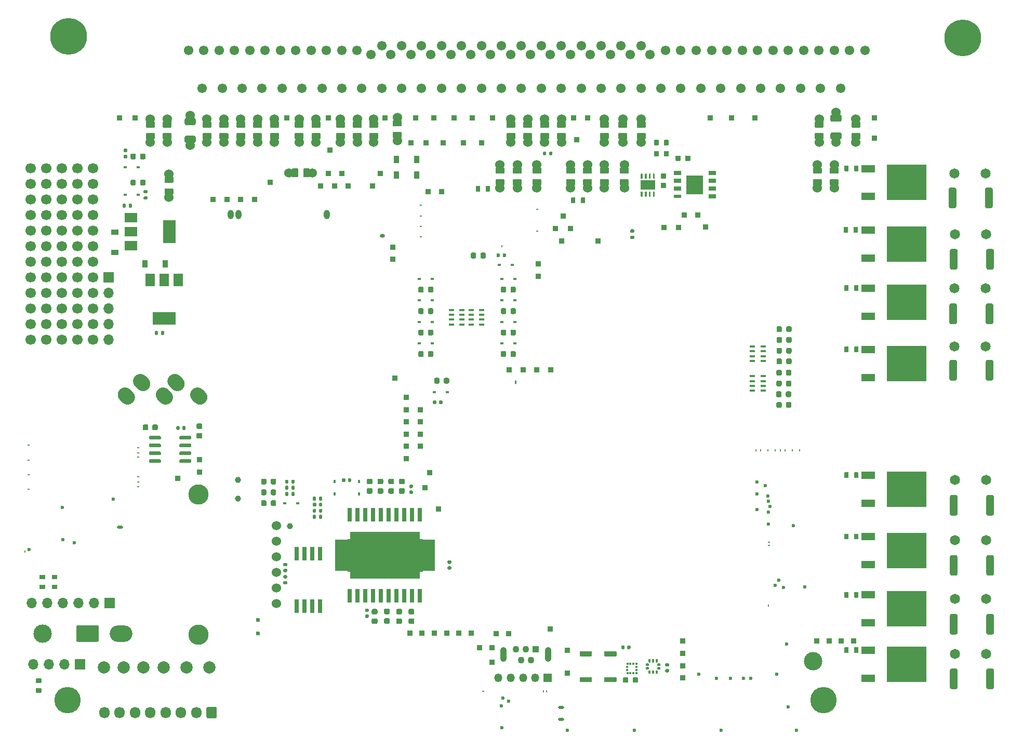
<source format=gts>
G04 #@! TF.GenerationSoftware,KiCad,Pcbnew,7.0.6-7.0.6~ubuntu22.04.1*
G04 #@! TF.CreationDate,2023-07-13T13:33:58+00:00*
G04 #@! TF.ProjectId,hellen88bmw,68656c6c-656e-4383-9862-6d772e6b6963,B*
G04 #@! TF.SameCoordinates,PX3d1b110PY9269338*
G04 #@! TF.FileFunction,Soldermask,Top*
G04 #@! TF.FilePolarity,Negative*
%FSLAX46Y46*%
G04 Gerber Fmt 4.6, Leading zero omitted, Abs format (unit mm)*
G04 Created by KiCad (PCBNEW 7.0.6-7.0.6~ubuntu22.04.1) date 2023-07-13 13:33:58*
%MOMM*%
%LPD*%
G01*
G04 APERTURE LIST*
%ADD10C,0.010000*%
%ADD11C,6.000000*%
%ADD12C,1.550000*%
%ADD13C,1.524000*%
%ADD14R,2.200000X1.200000*%
%ADD15R,6.400000X5.800000*%
%ADD16R,1.700000X1.700000*%
%ADD17O,1.700000X1.700000*%
%ADD18R,0.640000X2.160000*%
%ADD19C,4.300000*%
%ADD20C,1.650000*%
%ADD21R,0.600000X0.450000*%
%ADD22R,0.850000X0.850000*%
%ADD23R,0.900000X1.200000*%
%ADD24R,1.350000X1.350000*%
%ADD25O,1.350000X1.350000*%
%ADD26C,3.000000*%
%ADD27C,1.700000*%
%ADD28R,0.900000X0.400000*%
%ADD29C,2.000000*%
%ADD30C,1.000000*%
%ADD31R,0.800000X2.200000*%
%ADD32R,2.032000X5.080000*%
%ADD33C,1.300000*%
%ADD34R,11.430000X7.620000*%
%ADD35O,0.499999X0.250000*%
%ADD36O,0.250000X0.499999*%
%ADD37C,0.599999*%
%ADD38R,0.350000X0.375000*%
%ADD39R,0.375000X0.350000*%
%ADD40O,0.500000X0.250000*%
%ADD41O,0.250000X0.500000*%
%ADD42O,3.700000X2.700000*%
%ADD43O,1.000001X0.499999*%
%ADD44O,1.700000X1.850000*%
%ADD45R,1.310000X0.650000*%
%ADD46R,1.310000X0.600000*%
%ADD47R,1.325000X1.500000*%
%ADD48R,1.100000X1.100000*%
%ADD49C,1.100000*%
%ADD50O,1.100000X2.400000*%
%ADD51C,3.302000*%
%ADD52O,1.000001X1.500000*%
%ADD53O,0.800001X0.599999*%
%ADD54R,2.400000X1.600000*%
%ADD55O,0.200000X0.499999*%
%ADD56O,0.200000X0.399999*%
%ADD57R,1.500000X2.000000*%
%ADD58R,3.800000X2.000000*%
%ADD59R,2.000000X1.500000*%
%ADD60R,2.000000X3.800000*%
%ADD61R,0.450000X0.600000*%
%ADD62R,1.200000X0.900000*%
G04 APERTURE END LIST*
G04 #@! TO.C,U6*
D10*
X65284150Y26631400D02*
X64865600Y26631400D01*
X64865600Y31919860D01*
X65284150Y31919860D01*
X65284150Y26631400D01*
G36*
X65284150Y26631400D02*
G01*
X64865600Y26631400D01*
X64865600Y31919860D01*
X65284150Y31919860D01*
X65284150Y26631400D01*
G37*
X53480550Y26631400D02*
X53080000Y26631400D01*
X53080000Y31917320D01*
X53480550Y31917320D01*
X53480550Y26631400D01*
G36*
X53480550Y26631400D02*
G01*
X53080000Y26631400D01*
X53080000Y31917320D01*
X53480550Y31917320D01*
X53480550Y26631400D01*
G37*
G04 #@! TD*
D11*
G04 #@! TO.C,PP1*
X7632400Y113856400D03*
X153342400Y113606400D03*
D12*
X27142400Y111606400D03*
X32142400Y111606400D03*
X37142400Y111606400D03*
X42142400Y111606400D03*
X47142400Y111606400D03*
X52142400Y111606400D03*
X56892400Y110856400D03*
X60142400Y110856400D03*
X63392400Y110856400D03*
X66642400Y110856400D03*
X69892400Y110856400D03*
X73142400Y110856400D03*
X76392400Y110856400D03*
X79642400Y110856400D03*
X82892400Y110856400D03*
X86142400Y110856400D03*
X89392400Y110856400D03*
X92642400Y110856400D03*
X95892400Y110856400D03*
X99142400Y110856400D03*
X102392400Y110856400D03*
X107392400Y111606400D03*
X112392400Y111606400D03*
X117392400Y111606400D03*
X122392400Y111606400D03*
X127392400Y111606400D03*
X132392400Y111606400D03*
X137392400Y111606400D03*
X29642400Y111606400D03*
X34642400Y111606400D03*
X39642400Y111606400D03*
X44642400Y111606400D03*
X49642400Y111606400D03*
X54642400Y111606400D03*
X58642400Y112356400D03*
X61892400Y112356400D03*
X65142400Y112356400D03*
X68392400Y112356400D03*
X71642400Y112356400D03*
X74892400Y112356400D03*
X78142400Y112356400D03*
X81392400Y112356400D03*
X84642400Y112356400D03*
X87892400Y112356400D03*
X91142400Y112356400D03*
X94392400Y112356400D03*
X97642400Y112356400D03*
X100892400Y112356400D03*
X104892400Y111606400D03*
X109892400Y111606400D03*
X114892400Y111606400D03*
X119892400Y111606400D03*
X124892400Y111606400D03*
X129892400Y111606400D03*
X134892400Y111606400D03*
X29392400Y105356400D03*
X32642400Y105356400D03*
X35892400Y105356400D03*
X39142400Y105356400D03*
X42392400Y105356400D03*
X45642400Y105356400D03*
X48892400Y105356400D03*
X52142400Y105356400D03*
X55392400Y105356400D03*
X58642400Y105356400D03*
X61892400Y105356400D03*
X65142400Y105356400D03*
X68392400Y105356400D03*
X71642400Y105356400D03*
X74892400Y105356400D03*
X78142400Y105356400D03*
X81392400Y105356400D03*
X84642400Y105356400D03*
X87892400Y105356400D03*
X91142400Y105356400D03*
X94392400Y105356400D03*
X97642400Y105356400D03*
X100892400Y105356400D03*
X104142400Y105356400D03*
X107392400Y105356400D03*
X110642400Y105356400D03*
X113892400Y105356400D03*
X117142400Y105356400D03*
X120392400Y105356400D03*
X123642400Y105356400D03*
X126892400Y105356400D03*
X130142400Y105356400D03*
X133392400Y105356400D03*
G04 #@! TD*
D13*
G04 #@! TO.C,JP1*
X20926000Y100428000D03*
G36*
G01*
X20301000Y99973001D02*
X21551000Y99973001D01*
G75*
G02*
X21651000Y99873001I0J-100000D01*
G01*
X21651000Y99073001D01*
G75*
G02*
X21551000Y98973001I-100000J0D01*
G01*
X20301000Y98973001D01*
G75*
G02*
X20201000Y99073001I0J100000D01*
G01*
X20201000Y99873001D01*
G75*
G02*
X20301000Y99973001I100000J0D01*
G01*
G37*
G36*
G01*
X20301000Y98072979D02*
X21551000Y98072979D01*
G75*
G02*
X21651000Y97972979I0J-100000D01*
G01*
X21651000Y97172979D01*
G75*
G02*
X21551000Y97072979I-100000J0D01*
G01*
X20301000Y97072979D01*
G75*
G02*
X20201000Y97172979I0J100000D01*
G01*
X20201000Y97972979D01*
G75*
G02*
X20301000Y98072979I100000J0D01*
G01*
G37*
X20926000Y96618000D03*
G04 #@! TD*
G04 #@! TO.C,JP3*
X30176000Y100428000D03*
G36*
G01*
X29551000Y99973001D02*
X30801000Y99973001D01*
G75*
G02*
X30901000Y99873001I0J-100000D01*
G01*
X30901000Y99073001D01*
G75*
G02*
X30801000Y98973001I-100000J0D01*
G01*
X29551000Y98973001D01*
G75*
G02*
X29451000Y99073001I0J100000D01*
G01*
X29451000Y99873001D01*
G75*
G02*
X29551000Y99973001I100000J0D01*
G01*
G37*
G36*
G01*
X29551000Y98072979D02*
X30801000Y98072979D01*
G75*
G02*
X30901000Y97972979I0J-100000D01*
G01*
X30901000Y97172979D01*
G75*
G02*
X30801000Y97072979I-100000J0D01*
G01*
X29551000Y97072979D01*
G75*
G02*
X29451000Y97172979I0J100000D01*
G01*
X29451000Y97972979D01*
G75*
G02*
X29551000Y98072979I100000J0D01*
G01*
G37*
X30176000Y96618000D03*
G04 #@! TD*
G04 #@! TO.C,JP4*
X35676000Y100428000D03*
G36*
G01*
X35051000Y99973001D02*
X36301000Y99973001D01*
G75*
G02*
X36401000Y99873001I0J-100000D01*
G01*
X36401000Y99073001D01*
G75*
G02*
X36301000Y98973001I-100000J0D01*
G01*
X35051000Y98973001D01*
G75*
G02*
X34951000Y99073001I0J100000D01*
G01*
X34951000Y99873001D01*
G75*
G02*
X35051000Y99973001I100000J0D01*
G01*
G37*
G36*
G01*
X35051000Y98072979D02*
X36301000Y98072979D01*
G75*
G02*
X36401000Y97972979I0J-100000D01*
G01*
X36401000Y97172979D01*
G75*
G02*
X36301000Y97072979I-100000J0D01*
G01*
X35051000Y97072979D01*
G75*
G02*
X34951000Y97172979I0J100000D01*
G01*
X34951000Y97972979D01*
G75*
G02*
X35051000Y98072979I100000J0D01*
G01*
G37*
X35676000Y96618000D03*
G04 #@! TD*
G04 #@! TO.C,JP5*
X45176000Y100428000D03*
G36*
G01*
X44551000Y99973001D02*
X45801000Y99973001D01*
G75*
G02*
X45901000Y99873001I0J-100000D01*
G01*
X45901000Y99073001D01*
G75*
G02*
X45801000Y98973001I-100000J0D01*
G01*
X44551000Y98973001D01*
G75*
G02*
X44451000Y99073001I0J100000D01*
G01*
X44451000Y99873001D01*
G75*
G02*
X44551000Y99973001I100000J0D01*
G01*
G37*
G36*
G01*
X44551000Y98072979D02*
X45801000Y98072979D01*
G75*
G02*
X45901000Y97972979I0J-100000D01*
G01*
X45901000Y97172979D01*
G75*
G02*
X45801000Y97072979I-100000J0D01*
G01*
X44551000Y97072979D01*
G75*
G02*
X44451000Y97172979I0J100000D01*
G01*
X44451000Y97972979D01*
G75*
G02*
X44551000Y98072979I100000J0D01*
G01*
G37*
X45176000Y96618000D03*
G04 #@! TD*
G04 #@! TO.C,JP7*
X51926000Y100428000D03*
G36*
G01*
X51301000Y99973001D02*
X52551000Y99973001D01*
G75*
G02*
X52651000Y99873001I0J-100000D01*
G01*
X52651000Y99073001D01*
G75*
G02*
X52551000Y98973001I-100000J0D01*
G01*
X51301000Y98973001D01*
G75*
G02*
X51201000Y99073001I0J100000D01*
G01*
X51201000Y99873001D01*
G75*
G02*
X51301000Y99973001I100000J0D01*
G01*
G37*
G36*
G01*
X51301000Y98072979D02*
X52551000Y98072979D01*
G75*
G02*
X52651000Y97972979I0J-100000D01*
G01*
X52651000Y97172979D01*
G75*
G02*
X52551000Y97072979I-100000J0D01*
G01*
X51301000Y97072979D01*
G75*
G02*
X51201000Y97172979I0J100000D01*
G01*
X51201000Y97972979D01*
G75*
G02*
X51301000Y98072979I100000J0D01*
G01*
G37*
X51926000Y96618000D03*
G04 #@! TD*
G04 #@! TO.C,JP16*
X85176000Y100428000D03*
G36*
G01*
X84551000Y99973001D02*
X85801000Y99973001D01*
G75*
G02*
X85901000Y99873001I0J-100000D01*
G01*
X85901000Y99073001D01*
G75*
G02*
X85801000Y98973001I-100000J0D01*
G01*
X84551000Y98973001D01*
G75*
G02*
X84451000Y99073001I0J100000D01*
G01*
X84451000Y99873001D01*
G75*
G02*
X84551000Y99973001I100000J0D01*
G01*
G37*
G36*
G01*
X84551000Y98072979D02*
X85801000Y98072979D01*
G75*
G02*
X85901000Y97972979I0J-100000D01*
G01*
X85901000Y97172979D01*
G75*
G02*
X85801000Y97072979I-100000J0D01*
G01*
X84551000Y97072979D01*
G75*
G02*
X84451000Y97172979I0J100000D01*
G01*
X84451000Y97972979D01*
G75*
G02*
X84551000Y98072979I100000J0D01*
G01*
G37*
X85176000Y96618000D03*
G04 #@! TD*
G04 #@! TO.C,JP17*
X87926000Y100428000D03*
G36*
G01*
X87301000Y99973001D02*
X88551000Y99973001D01*
G75*
G02*
X88651000Y99873001I0J-100000D01*
G01*
X88651000Y99073001D01*
G75*
G02*
X88551000Y98973001I-100000J0D01*
G01*
X87301000Y98973001D01*
G75*
G02*
X87201000Y99073001I0J100000D01*
G01*
X87201000Y99873001D01*
G75*
G02*
X87301000Y99973001I100000J0D01*
G01*
G37*
G36*
G01*
X87301000Y98072979D02*
X88551000Y98072979D01*
G75*
G02*
X88651000Y97972979I0J-100000D01*
G01*
X88651000Y97172979D01*
G75*
G02*
X88551000Y97072979I-100000J0D01*
G01*
X87301000Y97072979D01*
G75*
G02*
X87201000Y97172979I0J100000D01*
G01*
X87201000Y97972979D01*
G75*
G02*
X87301000Y98072979I100000J0D01*
G01*
G37*
X87926000Y96618000D03*
G04 #@! TD*
G04 #@! TO.C,JP20*
X94926000Y92928000D03*
G36*
G01*
X94301000Y92473001D02*
X95551000Y92473001D01*
G75*
G02*
X95651000Y92373001I0J-100000D01*
G01*
X95651000Y91573001D01*
G75*
G02*
X95551000Y91473001I-100000J0D01*
G01*
X94301000Y91473001D01*
G75*
G02*
X94201000Y91573001I0J100000D01*
G01*
X94201000Y92373001D01*
G75*
G02*
X94301000Y92473001I100000J0D01*
G01*
G37*
G36*
G01*
X94301000Y90572979D02*
X95551000Y90572979D01*
G75*
G02*
X95651000Y90472979I0J-100000D01*
G01*
X95651000Y89672979D01*
G75*
G02*
X95551000Y89572979I-100000J0D01*
G01*
X94301000Y89572979D01*
G75*
G02*
X94201000Y89672979I0J100000D01*
G01*
X94201000Y90472979D01*
G75*
G02*
X94301000Y90572979I100000J0D01*
G01*
G37*
X94926000Y89118000D03*
G04 #@! TD*
G04 #@! TO.C,JP21*
X98176000Y92928000D03*
G36*
G01*
X97551000Y92473001D02*
X98801000Y92473001D01*
G75*
G02*
X98901000Y92373001I0J-100000D01*
G01*
X98901000Y91573001D01*
G75*
G02*
X98801000Y91473001I-100000J0D01*
G01*
X97551000Y91473001D01*
G75*
G02*
X97451000Y91573001I0J100000D01*
G01*
X97451000Y92373001D01*
G75*
G02*
X97551000Y92473001I100000J0D01*
G01*
G37*
G36*
G01*
X97551000Y90572979D02*
X98801000Y90572979D01*
G75*
G02*
X98901000Y90472979I0J-100000D01*
G01*
X98901000Y89672979D01*
G75*
G02*
X98801000Y89572979I-100000J0D01*
G01*
X97551000Y89572979D01*
G75*
G02*
X97451000Y89672979I0J100000D01*
G01*
X97451000Y90472979D01*
G75*
G02*
X97551000Y90572979I100000J0D01*
G01*
G37*
X98176000Y89118000D03*
G04 #@! TD*
G04 #@! TO.C,JP26*
X129926000Y100428000D03*
G36*
G01*
X129301000Y99973001D02*
X130551000Y99973001D01*
G75*
G02*
X130651000Y99873001I0J-100000D01*
G01*
X130651000Y99073001D01*
G75*
G02*
X130551000Y98973001I-100000J0D01*
G01*
X129301000Y98973001D01*
G75*
G02*
X129201000Y99073001I0J100000D01*
G01*
X129201000Y99873001D01*
G75*
G02*
X129301000Y99973001I100000J0D01*
G01*
G37*
G36*
G01*
X129301000Y98072979D02*
X130551000Y98072979D01*
G75*
G02*
X130651000Y97972979I0J-100000D01*
G01*
X130651000Y97172979D01*
G75*
G02*
X130551000Y97072979I-100000J0D01*
G01*
X129301000Y97072979D01*
G75*
G02*
X129201000Y97172979I0J100000D01*
G01*
X129201000Y97972979D01*
G75*
G02*
X129301000Y98072979I100000J0D01*
G01*
G37*
X129926000Y96618000D03*
G04 #@! TD*
G04 #@! TO.C,JP27*
X135926000Y100428000D03*
G36*
G01*
X135301000Y99973001D02*
X136551000Y99973001D01*
G75*
G02*
X136651000Y99873001I0J-100000D01*
G01*
X136651000Y99073001D01*
G75*
G02*
X136551000Y98973001I-100000J0D01*
G01*
X135301000Y98973001D01*
G75*
G02*
X135201000Y99073001I0J100000D01*
G01*
X135201000Y99873001D01*
G75*
G02*
X135301000Y99973001I100000J0D01*
G01*
G37*
G36*
G01*
X135301000Y98072979D02*
X136551000Y98072979D01*
G75*
G02*
X136651000Y97972979I0J-100000D01*
G01*
X136651000Y97172979D01*
G75*
G02*
X136551000Y97072979I-100000J0D01*
G01*
X135301000Y97072979D01*
G75*
G02*
X135201000Y97172979I0J100000D01*
G01*
X135201000Y97972979D01*
G75*
G02*
X135301000Y98072979I100000J0D01*
G01*
G37*
X135926000Y96618000D03*
G04 #@! TD*
G04 #@! TO.C,JP29*
X23676000Y100428000D03*
G36*
G01*
X23051000Y99973001D02*
X24301000Y99973001D01*
G75*
G02*
X24401000Y99873001I0J-100000D01*
G01*
X24401000Y99073001D01*
G75*
G02*
X24301000Y98973001I-100000J0D01*
G01*
X23051000Y98973001D01*
G75*
G02*
X22951000Y99073001I0J100000D01*
G01*
X22951000Y99873001D01*
G75*
G02*
X23051000Y99973001I100000J0D01*
G01*
G37*
G36*
G01*
X23051000Y98072979D02*
X24301000Y98072979D01*
G75*
G02*
X24401000Y97972979I0J-100000D01*
G01*
X24401000Y97172979D01*
G75*
G02*
X24301000Y97072979I-100000J0D01*
G01*
X23051000Y97072979D01*
G75*
G02*
X22951000Y97172979I0J100000D01*
G01*
X22951000Y97972979D01*
G75*
G02*
X23051000Y98072979I100000J0D01*
G01*
G37*
X23676000Y96618000D03*
G04 #@! TD*
G04 #@! TO.C,JP31*
X32926000Y100428000D03*
G36*
G01*
X32301000Y99973001D02*
X33551000Y99973001D01*
G75*
G02*
X33651000Y99873001I0J-100000D01*
G01*
X33651000Y99073001D01*
G75*
G02*
X33551000Y98973001I-100000J0D01*
G01*
X32301000Y98973001D01*
G75*
G02*
X32201000Y99073001I0J100000D01*
G01*
X32201000Y99873001D01*
G75*
G02*
X32301000Y99973001I100000J0D01*
G01*
G37*
G36*
G01*
X32301000Y98072979D02*
X33551000Y98072979D01*
G75*
G02*
X33651000Y97972979I0J-100000D01*
G01*
X33651000Y97172979D01*
G75*
G02*
X33551000Y97072979I-100000J0D01*
G01*
X32301000Y97072979D01*
G75*
G02*
X32201000Y97172979I0J100000D01*
G01*
X32201000Y97972979D01*
G75*
G02*
X32301000Y98072979I100000J0D01*
G01*
G37*
X32926000Y96618000D03*
G04 #@! TD*
G04 #@! TO.C,JP32*
X41176000Y100428000D03*
G36*
G01*
X40551000Y99973001D02*
X41801000Y99973001D01*
G75*
G02*
X41901000Y99873001I0J-100000D01*
G01*
X41901000Y99073001D01*
G75*
G02*
X41801000Y98973001I-100000J0D01*
G01*
X40551000Y98973001D01*
G75*
G02*
X40451000Y99073001I0J100000D01*
G01*
X40451000Y99873001D01*
G75*
G02*
X40551000Y99973001I100000J0D01*
G01*
G37*
G36*
G01*
X40551000Y98072979D02*
X41801000Y98072979D01*
G75*
G02*
X41901000Y97972979I0J-100000D01*
G01*
X41901000Y97172979D01*
G75*
G02*
X41801000Y97072979I-100000J0D01*
G01*
X40551000Y97072979D01*
G75*
G02*
X40451000Y97172979I0J100000D01*
G01*
X40451000Y97972979D01*
G75*
G02*
X40551000Y98072979I100000J0D01*
G01*
G37*
X41176000Y96618000D03*
G04 #@! TD*
G04 #@! TO.C,JP33*
X47926000Y100428000D03*
G36*
G01*
X47301000Y99973001D02*
X48551000Y99973001D01*
G75*
G02*
X48651000Y99873001I0J-100000D01*
G01*
X48651000Y99073001D01*
G75*
G02*
X48551000Y98973001I-100000J0D01*
G01*
X47301000Y98973001D01*
G75*
G02*
X47201000Y99073001I0J100000D01*
G01*
X47201000Y99873001D01*
G75*
G02*
X47301000Y99973001I100000J0D01*
G01*
G37*
G36*
G01*
X47301000Y98072979D02*
X48551000Y98072979D01*
G75*
G02*
X48651000Y97972979I0J-100000D01*
G01*
X48651000Y97172979D01*
G75*
G02*
X48551000Y97072979I-100000J0D01*
G01*
X47301000Y97072979D01*
G75*
G02*
X47201000Y97172979I0J100000D01*
G01*
X47201000Y97972979D01*
G75*
G02*
X47301000Y98072979I100000J0D01*
G01*
G37*
X47926000Y96618000D03*
G04 #@! TD*
G04 #@! TO.C,JP35*
X57326000Y100428000D03*
G36*
G01*
X56701000Y99973001D02*
X57951000Y99973001D01*
G75*
G02*
X58051000Y99873001I0J-100000D01*
G01*
X58051000Y99073001D01*
G75*
G02*
X57951000Y98973001I-100000J0D01*
G01*
X56701000Y98973001D01*
G75*
G02*
X56601000Y99073001I0J100000D01*
G01*
X56601000Y99873001D01*
G75*
G02*
X56701000Y99973001I100000J0D01*
G01*
G37*
G36*
G01*
X56701000Y98072979D02*
X57951000Y98072979D01*
G75*
G02*
X58051000Y97972979I0J-100000D01*
G01*
X58051000Y97172979D01*
G75*
G02*
X57951000Y97072979I-100000J0D01*
G01*
X56701000Y97072979D01*
G75*
G02*
X56601000Y97172979I0J100000D01*
G01*
X56601000Y97972979D01*
G75*
G02*
X56701000Y98072979I100000J0D01*
G01*
G37*
X57326000Y96618000D03*
G04 #@! TD*
G04 #@! TO.C,JP41*
X77926000Y92928000D03*
G36*
G01*
X77301000Y92473001D02*
X78551000Y92473001D01*
G75*
G02*
X78651000Y92373001I0J-100000D01*
G01*
X78651000Y91573001D01*
G75*
G02*
X78551000Y91473001I-100000J0D01*
G01*
X77301000Y91473001D01*
G75*
G02*
X77201000Y91573001I0J100000D01*
G01*
X77201000Y92373001D01*
G75*
G02*
X77301000Y92473001I100000J0D01*
G01*
G37*
G36*
G01*
X77301000Y90572979D02*
X78551000Y90572979D01*
G75*
G02*
X78651000Y90472979I0J-100000D01*
G01*
X78651000Y89672979D01*
G75*
G02*
X78551000Y89572979I-100000J0D01*
G01*
X77301000Y89572979D01*
G75*
G02*
X77201000Y89672979I0J100000D01*
G01*
X77201000Y90472979D01*
G75*
G02*
X77301000Y90572979I100000J0D01*
G01*
G37*
X77926000Y89118000D03*
G04 #@! TD*
G04 #@! TO.C,JP42*
X80726000Y92928000D03*
G36*
G01*
X80101000Y92473001D02*
X81351000Y92473001D01*
G75*
G02*
X81451000Y92373001I0J-100000D01*
G01*
X81451000Y91573001D01*
G75*
G02*
X81351000Y91473001I-100000J0D01*
G01*
X80101000Y91473001D01*
G75*
G02*
X80001000Y91573001I0J100000D01*
G01*
X80001000Y92373001D01*
G75*
G02*
X80101000Y92473001I100000J0D01*
G01*
G37*
G36*
G01*
X80101000Y90572979D02*
X81351000Y90572979D01*
G75*
G02*
X81451000Y90472979I0J-100000D01*
G01*
X81451000Y89672979D01*
G75*
G02*
X81351000Y89572979I-100000J0D01*
G01*
X80101000Y89572979D01*
G75*
G02*
X80001000Y89672979I0J100000D01*
G01*
X80001000Y90472979D01*
G75*
G02*
X80101000Y90572979I100000J0D01*
G01*
G37*
X80726000Y89118000D03*
G04 #@! TD*
G04 #@! TO.C,JP43*
X82426000Y100428000D03*
G36*
G01*
X81801000Y99973001D02*
X83051000Y99973001D01*
G75*
G02*
X83151000Y99873001I0J-100000D01*
G01*
X83151000Y99073001D01*
G75*
G02*
X83051000Y98973001I-100000J0D01*
G01*
X81801000Y98973001D01*
G75*
G02*
X81701000Y99073001I0J100000D01*
G01*
X81701000Y99873001D01*
G75*
G02*
X81801000Y99973001I100000J0D01*
G01*
G37*
G36*
G01*
X81801000Y98072979D02*
X83051000Y98072979D01*
G75*
G02*
X83151000Y97972979I0J-100000D01*
G01*
X83151000Y97172979D01*
G75*
G02*
X83051000Y97072979I-100000J0D01*
G01*
X81801000Y97072979D01*
G75*
G02*
X81701000Y97172979I0J100000D01*
G01*
X81701000Y97972979D01*
G75*
G02*
X81801000Y98072979I100000J0D01*
G01*
G37*
X82426000Y96618000D03*
G04 #@! TD*
G04 #@! TO.C,JP46*
X89426000Y92928000D03*
G36*
G01*
X88801000Y92473001D02*
X90051000Y92473001D01*
G75*
G02*
X90151000Y92373001I0J-100000D01*
G01*
X90151000Y91573001D01*
G75*
G02*
X90051000Y91473001I-100000J0D01*
G01*
X88801000Y91473001D01*
G75*
G02*
X88701000Y91573001I0J100000D01*
G01*
X88701000Y92373001D01*
G75*
G02*
X88801000Y92473001I100000J0D01*
G01*
G37*
G36*
G01*
X88801000Y90572979D02*
X90051000Y90572979D01*
G75*
G02*
X90151000Y90472979I0J-100000D01*
G01*
X90151000Y89672979D01*
G75*
G02*
X90051000Y89572979I-100000J0D01*
G01*
X88801000Y89572979D01*
G75*
G02*
X88701000Y89672979I0J100000D01*
G01*
X88701000Y90472979D01*
G75*
G02*
X88801000Y90572979I100000J0D01*
G01*
G37*
X89426000Y89118000D03*
G04 #@! TD*
G04 #@! TO.C,JP47*
X92176000Y92928000D03*
G36*
G01*
X91551000Y92473001D02*
X92801000Y92473001D01*
G75*
G02*
X92901000Y92373001I0J-100000D01*
G01*
X92901000Y91573001D01*
G75*
G02*
X92801000Y91473001I-100000J0D01*
G01*
X91551000Y91473001D01*
G75*
G02*
X91451000Y91573001I0J100000D01*
G01*
X91451000Y92373001D01*
G75*
G02*
X91551000Y92473001I100000J0D01*
G01*
G37*
G36*
G01*
X91551000Y90572979D02*
X92801000Y90572979D01*
G75*
G02*
X92901000Y90472979I0J-100000D01*
G01*
X92901000Y89672979D01*
G75*
G02*
X92801000Y89572979I-100000J0D01*
G01*
X91551000Y89572979D01*
G75*
G02*
X91451000Y89672979I0J100000D01*
G01*
X91451000Y90472979D01*
G75*
G02*
X91551000Y90572979I100000J0D01*
G01*
G37*
X92176000Y89118000D03*
G04 #@! TD*
G04 #@! TO.C,JP54*
X132676000Y101523000D03*
G36*
G01*
X131776000Y100178010D02*
X131776000Y100868010D01*
G75*
G02*
X132006000Y101098010I230000J0D01*
G01*
X133346000Y101098010D01*
G75*
G02*
X133576000Y100868010I0J-230000D01*
G01*
X133576000Y100178010D01*
G75*
G02*
X133346000Y99948010I-230000J0D01*
G01*
X132006000Y99948010D01*
G75*
G02*
X131776000Y100178010I0J230000D01*
G01*
G37*
G36*
G01*
X131776000Y97277990D02*
X131776000Y97967990D01*
G75*
G02*
X132006000Y98197990I230000J0D01*
G01*
X133346000Y98197990D01*
G75*
G02*
X133576000Y97967990I0J-230000D01*
G01*
X133576000Y97277990D01*
G75*
G02*
X133346000Y97047990I-230000J0D01*
G01*
X132006000Y97047990D01*
G75*
G02*
X131776000Y97277990I0J230000D01*
G01*
G37*
X132676000Y96623000D03*
G04 #@! TD*
G04 #@! TO.C,JP56*
X27426000Y100973000D03*
G36*
G01*
X26526000Y99628010D02*
X26526000Y100318010D01*
G75*
G02*
X26756000Y100548010I230000J0D01*
G01*
X28096000Y100548010D01*
G75*
G02*
X28326000Y100318010I0J-230000D01*
G01*
X28326000Y99628010D01*
G75*
G02*
X28096000Y99398010I-230000J0D01*
G01*
X26756000Y99398010D01*
G75*
G02*
X26526000Y99628010I0J230000D01*
G01*
G37*
G36*
G01*
X26526000Y96727990D02*
X26526000Y97417990D01*
G75*
G02*
X26756000Y97647990I230000J0D01*
G01*
X28096000Y97647990D01*
G75*
G02*
X28326000Y97417990I0J-230000D01*
G01*
X28326000Y96727990D01*
G75*
G02*
X28096000Y96497990I-230000J0D01*
G01*
X26756000Y96497990D01*
G75*
G02*
X26526000Y96727990I0J230000D01*
G01*
G37*
X27426000Y96073000D03*
G04 #@! TD*
G04 #@! TO.C,JP73*
X83926000Y92928000D03*
G36*
G01*
X83301000Y92473001D02*
X84551000Y92473001D01*
G75*
G02*
X84651000Y92373001I0J-100000D01*
G01*
X84651000Y91573001D01*
G75*
G02*
X84551000Y91473001I-100000J0D01*
G01*
X83301000Y91473001D01*
G75*
G02*
X83201000Y91573001I0J100000D01*
G01*
X83201000Y92373001D01*
G75*
G02*
X83301000Y92473001I100000J0D01*
G01*
G37*
G36*
G01*
X83301000Y90572979D02*
X84551000Y90572979D01*
G75*
G02*
X84651000Y90472979I0J-100000D01*
G01*
X84651000Y89672979D01*
G75*
G02*
X84551000Y89572979I-100000J0D01*
G01*
X83301000Y89572979D01*
G75*
G02*
X83201000Y89672979I0J100000D01*
G01*
X83201000Y90472979D01*
G75*
G02*
X83301000Y90572979I100000J0D01*
G01*
G37*
X83926000Y89118000D03*
G04 #@! TD*
G04 #@! TO.C,JP77*
X94926000Y100428000D03*
G36*
G01*
X94301000Y99973001D02*
X95551000Y99973001D01*
G75*
G02*
X95651000Y99873001I0J-100000D01*
G01*
X95651000Y99073001D01*
G75*
G02*
X95551000Y98973001I-100000J0D01*
G01*
X94301000Y98973001D01*
G75*
G02*
X94201000Y99073001I0J100000D01*
G01*
X94201000Y99873001D01*
G75*
G02*
X94301000Y99973001I100000J0D01*
G01*
G37*
G36*
G01*
X94301000Y98072979D02*
X95551000Y98072979D01*
G75*
G02*
X95651000Y97972979I0J-100000D01*
G01*
X95651000Y97172979D01*
G75*
G02*
X95551000Y97072979I-100000J0D01*
G01*
X94301000Y97072979D01*
G75*
G02*
X94201000Y97172979I0J100000D01*
G01*
X94201000Y97972979D01*
G75*
G02*
X94301000Y98072979I100000J0D01*
G01*
G37*
X94926000Y96618000D03*
G04 #@! TD*
G04 #@! TO.C,JP78*
X100926000Y100428000D03*
G36*
G01*
X100301000Y99973001D02*
X101551000Y99973001D01*
G75*
G02*
X101651000Y99873001I0J-100000D01*
G01*
X101651000Y99073001D01*
G75*
G02*
X101551000Y98973001I-100000J0D01*
G01*
X100301000Y98973001D01*
G75*
G02*
X100201000Y99073001I0J100000D01*
G01*
X100201000Y99873001D01*
G75*
G02*
X100301000Y99973001I100000J0D01*
G01*
G37*
G36*
G01*
X100301000Y98072979D02*
X101551000Y98072979D01*
G75*
G02*
X101651000Y97972979I0J-100000D01*
G01*
X101651000Y97172979D01*
G75*
G02*
X101551000Y97072979I-100000J0D01*
G01*
X100301000Y97072979D01*
G75*
G02*
X100201000Y97172979I0J100000D01*
G01*
X100201000Y97972979D01*
G75*
G02*
X100301000Y98072979I100000J0D01*
G01*
G37*
X100926000Y96618000D03*
G04 #@! TD*
G04 #@! TO.C,JP85*
X132376000Y92928000D03*
G36*
G01*
X131751000Y92473001D02*
X133001000Y92473001D01*
G75*
G02*
X133101000Y92373001I0J-100000D01*
G01*
X133101000Y91573001D01*
G75*
G02*
X133001000Y91473001I-100000J0D01*
G01*
X131751000Y91473001D01*
G75*
G02*
X131651000Y91573001I0J100000D01*
G01*
X131651000Y92373001D01*
G75*
G02*
X131751000Y92473001I100000J0D01*
G01*
G37*
G36*
G01*
X131751000Y90572979D02*
X133001000Y90572979D01*
G75*
G02*
X133101000Y90472979I0J-100000D01*
G01*
X133101000Y89672979D01*
G75*
G02*
X133001000Y89572979I-100000J0D01*
G01*
X131751000Y89572979D01*
G75*
G02*
X131651000Y89672979I0J100000D01*
G01*
X131651000Y90472979D01*
G75*
G02*
X131751000Y90572979I100000J0D01*
G01*
G37*
X132376000Y89118000D03*
G04 #@! TD*
G04 #@! TO.C,JP86*
X129626000Y92928000D03*
G36*
G01*
X129001000Y92473001D02*
X130251000Y92473001D01*
G75*
G02*
X130351000Y92373001I0J-100000D01*
G01*
X130351000Y91573001D01*
G75*
G02*
X130251000Y91473001I-100000J0D01*
G01*
X129001000Y91473001D01*
G75*
G02*
X128901000Y91573001I0J100000D01*
G01*
X128901000Y92373001D01*
G75*
G02*
X129001000Y92473001I100000J0D01*
G01*
G37*
G36*
G01*
X129001000Y90572979D02*
X130251000Y90572979D01*
G75*
G02*
X130351000Y90472979I0J-100000D01*
G01*
X130351000Y89672979D01*
G75*
G02*
X130251000Y89572979I-100000J0D01*
G01*
X129001000Y89572979D01*
G75*
G02*
X128901000Y89672979I0J100000D01*
G01*
X128901000Y90472979D01*
G75*
G02*
X129001000Y90572979I100000J0D01*
G01*
G37*
X129626000Y89118000D03*
G04 #@! TD*
G04 #@! TO.C,JP59*
X38426000Y100428000D03*
G36*
G01*
X37801000Y99973001D02*
X39051000Y99973001D01*
G75*
G02*
X39151000Y99873001I0J-100000D01*
G01*
X39151000Y99073001D01*
G75*
G02*
X39051000Y98973001I-100000J0D01*
G01*
X37801000Y98973001D01*
G75*
G02*
X37701000Y99073001I0J100000D01*
G01*
X37701000Y99873001D01*
G75*
G02*
X37801000Y99973001I100000J0D01*
G01*
G37*
G36*
G01*
X37801000Y98072979D02*
X39051000Y98072979D01*
G75*
G02*
X39151000Y97972979I0J-100000D01*
G01*
X39151000Y97172979D01*
G75*
G02*
X39051000Y97072979I-100000J0D01*
G01*
X37801000Y97072979D01*
G75*
G02*
X37701000Y97172979I0J100000D01*
G01*
X37701000Y97972979D01*
G75*
G02*
X37801000Y98072979I100000J0D01*
G01*
G37*
X38426000Y96618000D03*
G04 #@! TD*
D14*
G04 #@! TO.C,Q1*
X137874800Y32303000D03*
D15*
X144174800Y30023000D03*
D14*
X137874800Y27743000D03*
G04 #@! TD*
G04 #@! TO.C,Q6*
X137874800Y92303000D03*
D15*
X144174800Y90023000D03*
D14*
X137874800Y87743000D03*
G04 #@! TD*
G04 #@! TO.C,Q2*
X137874800Y42303000D03*
D15*
X144174800Y40023000D03*
D14*
X137874800Y37743000D03*
G04 #@! TD*
G04 #@! TO.C,Q5*
X137874800Y82303000D03*
D15*
X144174800Y80023000D03*
D14*
X137874800Y77743000D03*
G04 #@! TD*
G04 #@! TO.C,Q3*
X137874800Y62803000D03*
D15*
X144174800Y60523000D03*
D14*
X137874800Y58243000D03*
G04 #@! TD*
G04 #@! TO.C,Q4*
X137874800Y72803000D03*
D15*
X144174800Y70523000D03*
D14*
X137874800Y68243000D03*
G04 #@! TD*
G04 #@! TO.C,C1*
G36*
G01*
X42756000Y26033000D02*
X43096000Y26033000D01*
G75*
G02*
X43236000Y25893000I0J-140000D01*
G01*
X43236000Y25613000D01*
G75*
G02*
X43096000Y25473000I-140000J0D01*
G01*
X42756000Y25473000D01*
G75*
G02*
X42616000Y25613000I0J140000D01*
G01*
X42616000Y25893000D01*
G75*
G02*
X42756000Y26033000I140000J0D01*
G01*
G37*
G36*
G01*
X42756000Y25073000D02*
X43096000Y25073000D01*
G75*
G02*
X43236000Y24933000I0J-140000D01*
G01*
X43236000Y24653000D01*
G75*
G02*
X43096000Y24513000I-140000J0D01*
G01*
X42756000Y24513000D01*
G75*
G02*
X42616000Y24653000I0J140000D01*
G01*
X42616000Y24933000D01*
G75*
G02*
X42756000Y25073000I140000J0D01*
G01*
G37*
G04 #@! TD*
G04 #@! TO.C,C2*
G36*
G01*
X43096000Y26513000D02*
X42756000Y26513000D01*
G75*
G02*
X42616000Y26653000I0J140000D01*
G01*
X42616000Y26933000D01*
G75*
G02*
X42756000Y27073000I140000J0D01*
G01*
X43096000Y27073000D01*
G75*
G02*
X43236000Y26933000I0J-140000D01*
G01*
X43236000Y26653000D01*
G75*
G02*
X43096000Y26513000I-140000J0D01*
G01*
G37*
G36*
G01*
X43096000Y27473000D02*
X42756000Y27473000D01*
G75*
G02*
X42616000Y27613000I0J140000D01*
G01*
X42616000Y27893000D01*
G75*
G02*
X42756000Y28033000I140000J0D01*
G01*
X43096000Y28033000D01*
G75*
G02*
X43236000Y27893000I0J-140000D01*
G01*
X43236000Y27613000D01*
G75*
G02*
X43096000Y27473000I-140000J0D01*
G01*
G37*
G04 #@! TD*
D16*
G04 #@! TO.C,J4*
X14158000Y74529000D03*
D17*
X14158000Y71989000D03*
X14158000Y69449000D03*
X14158000Y66909000D03*
X14158000Y64369000D03*
G04 #@! TD*
D18*
G04 #@! TO.C,U1*
X44771000Y21003000D03*
X46041000Y21003000D03*
X47311000Y21003000D03*
X48581000Y21003000D03*
X48581000Y29543000D03*
X47311000Y29543000D03*
X46041000Y29543000D03*
X44771000Y29543000D03*
G04 #@! TD*
D19*
G04 #@! TO.C,H1*
X130622000Y5663000D03*
G04 #@! TD*
G04 #@! TO.C,H2*
X7432000Y5663000D03*
G04 #@! TD*
G04 #@! TO.C,R1*
G36*
G01*
X16396000Y86088000D02*
X16396000Y86458000D01*
G75*
G02*
X16531000Y86593000I135000J0D01*
G01*
X16801000Y86593000D01*
G75*
G02*
X16936000Y86458000I0J-135000D01*
G01*
X16936000Y86088000D01*
G75*
G02*
X16801000Y85953000I-135000J0D01*
G01*
X16531000Y85953000D01*
G75*
G02*
X16396000Y86088000I0J135000D01*
G01*
G37*
G36*
G01*
X17416000Y86088000D02*
X17416000Y86458000D01*
G75*
G02*
X17551000Y86593000I135000J0D01*
G01*
X17821000Y86593000D01*
G75*
G02*
X17956000Y86458000I0J-135000D01*
G01*
X17956000Y86088000D01*
G75*
G02*
X17821000Y85953000I-135000J0D01*
G01*
X17551000Y85953000D01*
G75*
G02*
X17416000Y86088000I0J135000D01*
G01*
G37*
G04 #@! TD*
D20*
G04 #@! TO.C,F3*
X157066000Y72823000D03*
X151986000Y72823000D03*
G04 #@! TD*
D21*
G04 #@! TO.C,D14*
X66876000Y70823000D03*
X64776000Y70823000D03*
G04 #@! TD*
G04 #@! TO.C,R10*
G36*
G01*
X151251000Y16598000D02*
X151251000Y19448000D01*
G75*
G02*
X151501000Y19698000I250000J0D01*
G01*
X152226000Y19698000D01*
G75*
G02*
X152476000Y19448000I0J-250000D01*
G01*
X152476000Y16598000D01*
G75*
G02*
X152226000Y16348000I-250000J0D01*
G01*
X151501000Y16348000D01*
G75*
G02*
X151251000Y16598000I0J250000D01*
G01*
G37*
G36*
G01*
X157176000Y16598000D02*
X157176000Y19448000D01*
G75*
G02*
X157426000Y19698000I250000J0D01*
G01*
X158151000Y19698000D01*
G75*
G02*
X158401000Y19448000I0J-250000D01*
G01*
X158401000Y16598000D01*
G75*
G02*
X158151000Y16348000I-250000J0D01*
G01*
X157426000Y16348000D01*
G75*
G02*
X157176000Y16598000I0J250000D01*
G01*
G37*
G04 #@! TD*
G04 #@! TO.C,D23*
G36*
G01*
X122988500Y65866750D02*
X122988500Y66379250D01*
G75*
G02*
X123207250Y66598000I218750J0D01*
G01*
X123644750Y66598000D01*
G75*
G02*
X123863500Y66379250I0J-218750D01*
G01*
X123863500Y65866750D01*
G75*
G02*
X123644750Y65648000I-218750J0D01*
G01*
X123207250Y65648000D01*
G75*
G02*
X122988500Y65866750I0J218750D01*
G01*
G37*
G36*
G01*
X124563500Y65866750D02*
X124563500Y66379250D01*
G75*
G02*
X124782250Y66598000I218750J0D01*
G01*
X125219750Y66598000D01*
G75*
G02*
X125438500Y66379250I0J-218750D01*
G01*
X125438500Y65866750D01*
G75*
G02*
X125219750Y65648000I-218750J0D01*
G01*
X124782250Y65648000D01*
G75*
G02*
X124563500Y65866750I0J218750D01*
G01*
G37*
G04 #@! TD*
D22*
G04 #@! TO.C,VIN16*
X84176000Y76773000D03*
G04 #@! TD*
G04 #@! TO.C,D25*
G36*
G01*
X64601000Y65316750D02*
X64601000Y65829250D01*
G75*
G02*
X64819750Y66048000I218750J0D01*
G01*
X65257250Y66048000D01*
G75*
G02*
X65476000Y65829250I0J-218750D01*
G01*
X65476000Y65316750D01*
G75*
G02*
X65257250Y65098000I-218750J0D01*
G01*
X64819750Y65098000D01*
G75*
G02*
X64601000Y65316750I0J218750D01*
G01*
G37*
G36*
G01*
X66176000Y65316750D02*
X66176000Y65829250D01*
G75*
G02*
X66394750Y66048000I218750J0D01*
G01*
X66832250Y66048000D01*
G75*
G02*
X67051000Y65829250I0J-218750D01*
G01*
X67051000Y65316750D01*
G75*
G02*
X66832250Y65098000I-218750J0D01*
G01*
X66394750Y65098000D01*
G75*
G02*
X66176000Y65316750I0J218750D01*
G01*
G37*
G04 #@! TD*
D23*
G04 #@! TO.C,D10*
X20026000Y76773000D03*
X23326000Y76773000D03*
G04 #@! TD*
D24*
G04 #@! TO.C,J2*
X85676000Y9273000D03*
D25*
X83676000Y9273000D03*
X81676000Y9273000D03*
X79676000Y9273000D03*
X77676000Y9273000D03*
G04 #@! TD*
D26*
G04 #@! TO.C,TP4*
X128926000Y12023000D03*
G04 #@! TD*
G04 #@! TO.C,D27*
G36*
G01*
X80501000Y69329250D02*
X80501000Y68816750D01*
G75*
G02*
X80282250Y68598000I-218750J0D01*
G01*
X79844750Y68598000D01*
G75*
G02*
X79626000Y68816750I0J218750D01*
G01*
X79626000Y69329250D01*
G75*
G02*
X79844750Y69548000I218750J0D01*
G01*
X80282250Y69548000D01*
G75*
G02*
X80501000Y69329250I0J-218750D01*
G01*
G37*
G36*
G01*
X78926000Y69329250D02*
X78926000Y68816750D01*
G75*
G02*
X78707250Y68598000I-218750J0D01*
G01*
X78269750Y68598000D01*
G75*
G02*
X78051000Y68816750I0J218750D01*
G01*
X78051000Y69329250D01*
G75*
G02*
X78269750Y69548000I218750J0D01*
G01*
X78707250Y69548000D01*
G75*
G02*
X78926000Y69329250I0J-218750D01*
G01*
G37*
G04 #@! TD*
D22*
G04 #@! TO.C,VIN5*
X93926000Y80523000D03*
G04 #@! TD*
G04 #@! TO.C,VOUT27*
X28976000Y44823000D03*
G04 #@! TD*
G04 #@! TO.C,MMCU14*
X67926000Y36773000D03*
G04 #@! TD*
G04 #@! TO.C,R6*
G36*
G01*
X99291000Y82403000D02*
X99661000Y82403000D01*
G75*
G02*
X99796000Y82268000I0J-135000D01*
G01*
X99796000Y81998000D01*
G75*
G02*
X99661000Y81863000I-135000J0D01*
G01*
X99291000Y81863000D01*
G75*
G02*
X99156000Y81998000I0J135000D01*
G01*
X99156000Y82268000D01*
G75*
G02*
X99291000Y82403000I135000J0D01*
G01*
G37*
G36*
G01*
X99291000Y81383000D02*
X99661000Y81383000D01*
G75*
G02*
X99796000Y81248000I0J-135000D01*
G01*
X99796000Y80978000D01*
G75*
G02*
X99661000Y80843000I-135000J0D01*
G01*
X99291000Y80843000D01*
G75*
G02*
X99156000Y80978000I0J135000D01*
G01*
X99156000Y81248000D01*
G75*
G02*
X99291000Y81383000I135000J0D01*
G01*
G37*
G04 #@! TD*
G04 #@! TO.C,MMCU4*
X131526001Y15323000D03*
G04 #@! TD*
G04 #@! TO.C,MMCU31*
X63226000Y16573000D03*
G04 #@! TD*
G04 #@! TO.C,C13*
G36*
G01*
X61231000Y20528000D02*
X61731000Y20528000D01*
G75*
G02*
X61956000Y20303000I0J-225000D01*
G01*
X61956000Y19853000D01*
G75*
G02*
X61731000Y19628000I-225000J0D01*
G01*
X61231000Y19628000D01*
G75*
G02*
X61006000Y19853000I0J225000D01*
G01*
X61006000Y20303000D01*
G75*
G02*
X61231000Y20528000I225000J0D01*
G01*
G37*
G36*
G01*
X61231000Y18978000D02*
X61731000Y18978000D01*
G75*
G02*
X61956000Y18753000I0J-225000D01*
G01*
X61956000Y18303000D01*
G75*
G02*
X61731000Y18078000I-225000J0D01*
G01*
X61231000Y18078000D01*
G75*
G02*
X61006000Y18303000I0J225000D01*
G01*
X61006000Y18753000D01*
G75*
G02*
X61231000Y18978000I225000J0D01*
G01*
G37*
G04 #@! TD*
G04 #@! TO.C,cr8*
X15926000Y100523000D03*
G04 #@! TD*
G04 #@! TO.C,D29*
G36*
G01*
X64601000Y61816750D02*
X64601000Y62329250D01*
G75*
G02*
X64819750Y62548000I218750J0D01*
G01*
X65257250Y62548000D01*
G75*
G02*
X65476000Y62329250I0J-218750D01*
G01*
X65476000Y61816750D01*
G75*
G02*
X65257250Y61598000I-218750J0D01*
G01*
X64819750Y61598000D01*
G75*
G02*
X64601000Y61816750I0J218750D01*
G01*
G37*
G36*
G01*
X66176000Y61816750D02*
X66176000Y62329250D01*
G75*
G02*
X66394750Y62548000I218750J0D01*
G01*
X66832250Y62548000D01*
G75*
G02*
X67051000Y62329250I0J-218750D01*
G01*
X67051000Y61816750D01*
G75*
G02*
X66832250Y61598000I-218750J0D01*
G01*
X66394750Y61598000D01*
G75*
G02*
X66176000Y61816750I0J218750D01*
G01*
G37*
G04 #@! TD*
D21*
G04 #@! TO.C,D1*
X16876000Y88023000D03*
X18976000Y88023000D03*
G04 #@! TD*
D22*
G04 #@! TO.C,VOUT24*
X60776000Y58123000D03*
G04 #@! TD*
G04 #@! TO.C,MMCU28*
X71226000Y16573000D03*
G04 #@! TD*
G04 #@! TO.C,VOUT10*
X49926000Y91474215D03*
G04 #@! TD*
D27*
G04 #@! TO.C,G6*
X1458000Y77069000D03*
X3998000Y77069000D03*
X6538000Y77069000D03*
X9078000Y77069000D03*
X11618000Y77069000D03*
X1458000Y74529000D03*
X3998000Y74529000D03*
X6538000Y74529000D03*
X9078000Y74529000D03*
X11618000Y74529000D03*
X1458000Y71989000D03*
X3998000Y71989000D03*
X6538000Y71989000D03*
X9078000Y71989000D03*
X11618000Y71989000D03*
G04 #@! TD*
D22*
G04 #@! TO.C,cr1*
X70426000Y100523000D03*
G04 #@! TD*
G04 #@! TO.C,R33*
G36*
G01*
X42896000Y39088000D02*
X42896000Y39458000D01*
G75*
G02*
X43031000Y39593000I135000J0D01*
G01*
X43301000Y39593000D01*
G75*
G02*
X43436000Y39458000I0J-135000D01*
G01*
X43436000Y39088000D01*
G75*
G02*
X43301000Y38953000I-135000J0D01*
G01*
X43031000Y38953000D01*
G75*
G02*
X42896000Y39088000I0J135000D01*
G01*
G37*
G36*
G01*
X43916000Y39088000D02*
X43916000Y39458000D01*
G75*
G02*
X44051000Y39593000I135000J0D01*
G01*
X44321000Y39593000D01*
G75*
G02*
X44456000Y39458000I0J-135000D01*
G01*
X44456000Y39088000D01*
G75*
G02*
X44321000Y38953000I-135000J0D01*
G01*
X44051000Y38953000D01*
G75*
G02*
X43916000Y39088000I0J135000D01*
G01*
G37*
G04 #@! TD*
G04 #@! TO.C,MMCU30*
X67226000Y16573000D03*
G04 #@! TD*
D28*
G04 #@! TO.C,RN7*
X71676000Y66873000D03*
X71676000Y67673000D03*
X71676000Y68473000D03*
X71676000Y69273000D03*
X69976000Y69273000D03*
X69976000Y68473000D03*
X69976000Y67673000D03*
X69976000Y66873000D03*
G04 #@! TD*
D14*
G04 #@! TO.C,Q7*
X137874800Y22803000D03*
D15*
X144174800Y20523000D03*
D14*
X137874800Y18243000D03*
G04 #@! TD*
D22*
G04 #@! TO.C,MMCU18*
X69226000Y16573000D03*
G04 #@! TD*
G04 #@! TO.C,cr11*
X67176000Y100523000D03*
G04 #@! TD*
D29*
G04 #@! TO.C,P3*
X23090213Y11023000D03*
G04 #@! TD*
D22*
G04 #@! TO.C,MMCU9*
X77326000Y16473000D03*
G04 #@! TD*
G04 #@! TO.C,D28*
G36*
G01*
X64601000Y68816750D02*
X64601000Y69329250D01*
G75*
G02*
X64819750Y69548000I218750J0D01*
G01*
X65257250Y69548000D01*
G75*
G02*
X65476000Y69329250I0J-218750D01*
G01*
X65476000Y68816750D01*
G75*
G02*
X65257250Y68598000I-218750J0D01*
G01*
X64819750Y68598000D01*
G75*
G02*
X64601000Y68816750I0J218750D01*
G01*
G37*
G36*
G01*
X66176000Y68816750D02*
X66176000Y69329250D01*
G75*
G02*
X66394750Y69548000I218750J0D01*
G01*
X66832250Y69548000D01*
G75*
G02*
X67051000Y69329250I0J-218750D01*
G01*
X67051000Y68816750D01*
G75*
G02*
X66832250Y68598000I-218750J0D01*
G01*
X66394750Y68598000D01*
G75*
G02*
X66176000Y68816750I0J218750D01*
G01*
G37*
G04 #@! TD*
G04 #@! TO.C,R9*
G36*
G01*
X151151000Y57998000D02*
X151151000Y60848000D01*
G75*
G02*
X151401000Y61098000I250000J0D01*
G01*
X152126000Y61098000D01*
G75*
G02*
X152376000Y60848000I0J-250000D01*
G01*
X152376000Y57998000D01*
G75*
G02*
X152126000Y57748000I-250000J0D01*
G01*
X151401000Y57748000D01*
G75*
G02*
X151151000Y57998000I0J250000D01*
G01*
G37*
G36*
G01*
X157076000Y57998000D02*
X157076000Y60848000D01*
G75*
G02*
X157326000Y61098000I250000J0D01*
G01*
X158051000Y61098000D01*
G75*
G02*
X158301000Y60848000I0J-250000D01*
G01*
X158301000Y57998000D01*
G75*
G02*
X158051000Y57748000I-250000J0D01*
G01*
X157326000Y57748000D01*
G75*
G02*
X157076000Y57998000I0J250000D01*
G01*
G37*
G04 #@! TD*
G04 #@! TO.C,D11*
G36*
G01*
X67188500Y57466750D02*
X67188500Y57979250D01*
G75*
G02*
X67407250Y58198000I218750J0D01*
G01*
X67844750Y58198000D01*
G75*
G02*
X68063500Y57979250I0J-218750D01*
G01*
X68063500Y57466750D01*
G75*
G02*
X67844750Y57248000I-218750J0D01*
G01*
X67407250Y57248000D01*
G75*
G02*
X67188500Y57466750I0J218750D01*
G01*
G37*
G36*
G01*
X68763500Y57466750D02*
X68763500Y57979250D01*
G75*
G02*
X68982250Y58198000I218750J0D01*
G01*
X69419750Y58198000D01*
G75*
G02*
X69638500Y57979250I0J-218750D01*
G01*
X69638500Y57466750D01*
G75*
G02*
X69419750Y57248000I-218750J0D01*
G01*
X68982250Y57248000D01*
G75*
G02*
X68763500Y57466750I0J218750D01*
G01*
G37*
G04 #@! TD*
G04 #@! TO.C,VOUT5*
X48676000Y89474215D03*
G04 #@! TD*
G04 #@! TO.C,C21*
G36*
G01*
X56926000Y39298000D02*
X56426000Y39298000D01*
G75*
G02*
X56201000Y39523000I0J225000D01*
G01*
X56201000Y39973000D01*
G75*
G02*
X56426000Y40198000I225000J0D01*
G01*
X56926000Y40198000D01*
G75*
G02*
X57151000Y39973000I0J-225000D01*
G01*
X57151000Y39523000D01*
G75*
G02*
X56926000Y39298000I-225000J0D01*
G01*
G37*
G36*
G01*
X56926000Y40848000D02*
X56426000Y40848000D01*
G75*
G02*
X56201000Y41073000I0J225000D01*
G01*
X56201000Y41523000D01*
G75*
G02*
X56426000Y41748000I225000J0D01*
G01*
X56926000Y41748000D01*
G75*
G02*
X57151000Y41523000I0J-225000D01*
G01*
X57151000Y41073000D01*
G75*
G02*
X56926000Y40848000I-225000J0D01*
G01*
G37*
G04 #@! TD*
G04 #@! TO.C,R31*
G36*
G01*
X42896000Y41088000D02*
X42896000Y41458000D01*
G75*
G02*
X43031000Y41593000I135000J0D01*
G01*
X43301000Y41593000D01*
G75*
G02*
X43436000Y41458000I0J-135000D01*
G01*
X43436000Y41088000D01*
G75*
G02*
X43301000Y40953000I-135000J0D01*
G01*
X43031000Y40953000D01*
G75*
G02*
X42896000Y41088000I0J135000D01*
G01*
G37*
G36*
G01*
X43916000Y41088000D02*
X43916000Y41458000D01*
G75*
G02*
X44051000Y41593000I135000J0D01*
G01*
X44321000Y41593000D01*
G75*
G02*
X44456000Y41458000I0J-135000D01*
G01*
X44456000Y41088000D01*
G75*
G02*
X44321000Y40953000I-135000J0D01*
G01*
X44051000Y40953000D01*
G75*
G02*
X43916000Y41088000I0J135000D01*
G01*
G37*
G04 #@! TD*
G04 #@! TO.C,D22*
G36*
G01*
X122988500Y62366750D02*
X122988500Y62879250D01*
G75*
G02*
X123207250Y63098000I218750J0D01*
G01*
X123644750Y63098000D01*
G75*
G02*
X123863500Y62879250I0J-218750D01*
G01*
X123863500Y62366750D01*
G75*
G02*
X123644750Y62148000I-218750J0D01*
G01*
X123207250Y62148000D01*
G75*
G02*
X122988500Y62366750I0J218750D01*
G01*
G37*
G36*
G01*
X124563500Y62366750D02*
X124563500Y62879250D01*
G75*
G02*
X124782250Y63098000I218750J0D01*
G01*
X125219750Y63098000D01*
G75*
G02*
X125438500Y62879250I0J-218750D01*
G01*
X125438500Y62366750D01*
G75*
G02*
X125219750Y62148000I-218750J0D01*
G01*
X124782250Y62148000D01*
G75*
G02*
X124563500Y62366750I0J218750D01*
G01*
G37*
G04 #@! TD*
G04 #@! TO.C,VOUT13*
X62676000Y53023000D03*
G04 #@! TD*
G04 #@! TO.C,KNOCK_RAW2*
X74926000Y96523000D03*
G04 #@! TD*
G04 #@! TO.C,C17*
G36*
G01*
X60426000Y39298000D02*
X59926000Y39298000D01*
G75*
G02*
X59701000Y39523000I0J225000D01*
G01*
X59701000Y39973000D01*
G75*
G02*
X59926000Y40198000I225000J0D01*
G01*
X60426000Y40198000D01*
G75*
G02*
X60651000Y39973000I0J-225000D01*
G01*
X60651000Y39523000D01*
G75*
G02*
X60426000Y39298000I-225000J0D01*
G01*
G37*
G36*
G01*
X60426000Y40848000D02*
X59926000Y40848000D01*
G75*
G02*
X59701000Y41073000I0J225000D01*
G01*
X59701000Y41523000D01*
G75*
G02*
X59926000Y41748000I225000J0D01*
G01*
X60426000Y41748000D01*
G75*
G02*
X60651000Y41523000I0J-225000D01*
G01*
X60651000Y41073000D01*
G75*
G02*
X60426000Y40848000I-225000J0D01*
G01*
G37*
G04 #@! TD*
G04 #@! TO.C,MMCU2*
X135526000Y15323000D03*
G04 #@! TD*
G04 #@! TO.C,MMCU7*
X88926000Y10023000D03*
G04 #@! TD*
G04 #@! TO.C,C11*
G36*
G01*
X59231000Y20553000D02*
X59731000Y20553000D01*
G75*
G02*
X59956000Y20328000I0J-225000D01*
G01*
X59956000Y19878000D01*
G75*
G02*
X59731000Y19653000I-225000J0D01*
G01*
X59231000Y19653000D01*
G75*
G02*
X59006000Y19878000I0J225000D01*
G01*
X59006000Y20328000D01*
G75*
G02*
X59231000Y20553000I225000J0D01*
G01*
G37*
G36*
G01*
X59231000Y19003000D02*
X59731000Y19003000D01*
G75*
G02*
X59956000Y18778000I0J-225000D01*
G01*
X59956000Y18328000D01*
G75*
G02*
X59731000Y18103000I-225000J0D01*
G01*
X59231000Y18103000D01*
G75*
G02*
X59006000Y18328000I0J225000D01*
G01*
X59006000Y18778000D01*
G75*
G02*
X59231000Y19003000I225000J0D01*
G01*
G37*
G04 #@! TD*
D13*
G04 #@! TO.C,JP14*
X79676000Y100428000D03*
G36*
G01*
X79051000Y99973001D02*
X80301000Y99973001D01*
G75*
G02*
X80401000Y99873001I0J-100000D01*
G01*
X80401000Y99073001D01*
G75*
G02*
X80301000Y98973001I-100000J0D01*
G01*
X79051000Y98973001D01*
G75*
G02*
X78951000Y99073001I0J100000D01*
G01*
X78951000Y99873001D01*
G75*
G02*
X79051000Y99973001I100000J0D01*
G01*
G37*
G36*
G01*
X79051000Y98072979D02*
X80301000Y98072979D01*
G75*
G02*
X80401000Y97972979I0J-100000D01*
G01*
X80401000Y97172979D01*
G75*
G02*
X80301000Y97072979I-100000J0D01*
G01*
X79051000Y97072979D01*
G75*
G02*
X78951000Y97172979I0J100000D01*
G01*
X78951000Y97972979D01*
G75*
G02*
X79051000Y98072979I100000J0D01*
G01*
G37*
X79676000Y96618000D03*
G04 #@! TD*
G04 #@! TO.C,C15*
G36*
G01*
X53686000Y41693000D02*
X53686000Y41353000D01*
G75*
G02*
X53546000Y41213000I-140000J0D01*
G01*
X53266000Y41213000D01*
G75*
G02*
X53126000Y41353000I0J140000D01*
G01*
X53126000Y41693000D01*
G75*
G02*
X53266000Y41833000I140000J0D01*
G01*
X53546000Y41833000D01*
G75*
G02*
X53686000Y41693000I0J-140000D01*
G01*
G37*
G36*
G01*
X52726000Y41693000D02*
X52726000Y41353000D01*
G75*
G02*
X52586000Y41213000I-140000J0D01*
G01*
X52306000Y41213000D01*
G75*
G02*
X52166000Y41353000I0J140000D01*
G01*
X52166000Y41693000D01*
G75*
G02*
X52306000Y41833000I140000J0D01*
G01*
X52586000Y41833000D01*
G75*
G02*
X52726000Y41693000I0J-140000D01*
G01*
G37*
G04 #@! TD*
G04 #@! TO.C,R26*
G36*
G01*
X91801489Y87513000D02*
X91801489Y86733000D01*
G75*
G02*
X91731489Y86663000I-70000J0D01*
G01*
X91171489Y86663000D01*
G75*
G02*
X91101489Y86733000I0J70000D01*
G01*
X91101489Y87513000D01*
G75*
G02*
X91171489Y87583000I70000J0D01*
G01*
X91731489Y87583000D01*
G75*
G02*
X91801489Y87513000I0J-70000D01*
G01*
G37*
G36*
G01*
X90201489Y87513000D02*
X90201489Y86733000D01*
G75*
G02*
X90131489Y86663000I-70000J0D01*
G01*
X89571489Y86663000D01*
G75*
G02*
X89501489Y86733000I0J70000D01*
G01*
X89501489Y87513000D01*
G75*
G02*
X89571489Y87583000I70000J0D01*
G01*
X90131489Y87583000D01*
G75*
G02*
X90201489Y87513000I0J-70000D01*
G01*
G37*
G04 #@! TD*
G04 #@! TO.C,R14*
G36*
G01*
X158401000Y10548000D02*
X158401000Y7698000D01*
G75*
G02*
X158151000Y7448000I-250000J0D01*
G01*
X157426000Y7448000D01*
G75*
G02*
X157176000Y7698000I0J250000D01*
G01*
X157176000Y10548000D01*
G75*
G02*
X157426000Y10798000I250000J0D01*
G01*
X158151000Y10798000D01*
G75*
G02*
X158401000Y10548000I0J-250000D01*
G01*
G37*
G36*
G01*
X152476000Y10548000D02*
X152476000Y7698000D01*
G75*
G02*
X152226000Y7448000I-250000J0D01*
G01*
X151501000Y7448000D01*
G75*
G02*
X151251000Y7698000I0J250000D01*
G01*
X151251000Y10548000D01*
G75*
G02*
X151501000Y10798000I250000J0D01*
G01*
X152226000Y10798000D01*
G75*
G02*
X152476000Y10548000I0J-250000D01*
G01*
G37*
G04 #@! TD*
D30*
G04 #@! TO.C,TP3*
X35176000Y38523000D03*
G04 #@! TD*
G04 #@! TO.C,C22*
G36*
G01*
X106494798Y93660200D02*
X106494798Y94340200D01*
G75*
G02*
X106579798Y94425200I85000J0D01*
G01*
X107259798Y94425200D01*
G75*
G02*
X107344798Y94340200I0J-85000D01*
G01*
X107344798Y93660200D01*
G75*
G02*
X107259798Y93575200I-85000J0D01*
G01*
X106579798Y93575200D01*
G75*
G02*
X106494798Y93660200I0J85000D01*
G01*
G37*
G36*
G01*
X108074800Y93660200D02*
X108074800Y94340200D01*
G75*
G02*
X108159800Y94425200I85000J0D01*
G01*
X108839800Y94425200D01*
G75*
G02*
X108924800Y94340200I0J-85000D01*
G01*
X108924800Y93660200D01*
G75*
G02*
X108839800Y93575200I-85000J0D01*
G01*
X108159800Y93575200D01*
G75*
G02*
X108074800Y93660200I0J85000D01*
G01*
G37*
G04 #@! TD*
D13*
G04 #@! TO.C,JP36*
X61176000Y100630500D03*
G36*
G01*
X60551000Y100175501D02*
X61801000Y100175501D01*
G75*
G02*
X61901000Y100075501I0J-100000D01*
G01*
X61901000Y99275501D01*
G75*
G02*
X61801000Y99175501I-100000J0D01*
G01*
X60551000Y99175501D01*
G75*
G02*
X60451000Y99275501I0J100000D01*
G01*
X60451000Y100075501D01*
G75*
G02*
X60551000Y100175501I100000J0D01*
G01*
G37*
G36*
G01*
X60551000Y98275479D02*
X61801000Y98275479D01*
G75*
G02*
X61901000Y98175479I0J-100000D01*
G01*
X61901000Y97375479D01*
G75*
G02*
X61801000Y97275479I-100000J0D01*
G01*
X60551000Y97275479D01*
G75*
G02*
X60451000Y97375479I0J100000D01*
G01*
X60451000Y98175479D01*
G75*
G02*
X60551000Y98275479I100000J0D01*
G01*
G37*
X61176000Y96820500D03*
G04 #@! TD*
G04 #@! TO.C,D16*
G36*
G01*
X122951000Y53516750D02*
X122951000Y54029250D01*
G75*
G02*
X123169750Y54248000I218750J0D01*
G01*
X123607250Y54248000D01*
G75*
G02*
X123826000Y54029250I0J-218750D01*
G01*
X123826000Y53516750D01*
G75*
G02*
X123607250Y53298000I-218750J0D01*
G01*
X123169750Y53298000D01*
G75*
G02*
X122951000Y53516750I0J218750D01*
G01*
G37*
G36*
G01*
X124526000Y53516750D02*
X124526000Y54029250D01*
G75*
G02*
X124744750Y54248000I218750J0D01*
G01*
X125182250Y54248000D01*
G75*
G02*
X125401000Y54029250I0J-218750D01*
G01*
X125401000Y53516750D01*
G75*
G02*
X125182250Y53298000I-218750J0D01*
G01*
X124744750Y53298000D01*
G75*
G02*
X124526000Y53516750I0J218750D01*
G01*
G37*
G04 #@! TD*
D22*
G04 #@! TO.C,MMCU10*
X76576000Y14173000D03*
G04 #@! TD*
D20*
G04 #@! TO.C,F8*
X157166000Y81623000D03*
X152086000Y81623000D03*
G04 #@! TD*
D22*
G04 #@! TO.C,MMCU29*
X64976000Y49023000D03*
G04 #@! TD*
G04 #@! TO.C,R4*
G36*
G01*
X2936000Y26073000D02*
X3716000Y26073000D01*
G75*
G02*
X3786000Y26003000I0J-70000D01*
G01*
X3786000Y25443000D01*
G75*
G02*
X3716000Y25373000I-70000J0D01*
G01*
X2936000Y25373000D01*
G75*
G02*
X2866000Y25443000I0J70000D01*
G01*
X2866000Y26003000D01*
G75*
G02*
X2936000Y26073000I70000J0D01*
G01*
G37*
G36*
G01*
X2936000Y24473000D02*
X3716000Y24473000D01*
G75*
G02*
X3786000Y24403000I0J-70000D01*
G01*
X3786000Y23843000D01*
G75*
G02*
X3716000Y23773000I-70000J0D01*
G01*
X2936000Y23773000D01*
G75*
G02*
X2866000Y23843000I0J70000D01*
G01*
X2866000Y24403000D01*
G75*
G02*
X2936000Y24473000I70000J0D01*
G01*
G37*
G04 #@! TD*
D20*
G04 #@! TO.C,F2*
X157166000Y41523000D03*
X152086000Y41523000D03*
G04 #@! TD*
G04 #@! TO.C,R7*
G36*
G01*
X151251000Y26198000D02*
X151251000Y29048000D01*
G75*
G02*
X151501000Y29298000I250000J0D01*
G01*
X152226000Y29298000D01*
G75*
G02*
X152476000Y29048000I0J-250000D01*
G01*
X152476000Y26198000D01*
G75*
G02*
X152226000Y25948000I-250000J0D01*
G01*
X151501000Y25948000D01*
G75*
G02*
X151251000Y26198000I0J250000D01*
G01*
G37*
G36*
G01*
X157176000Y26198000D02*
X157176000Y29048000D01*
G75*
G02*
X157426000Y29298000I250000J0D01*
G01*
X158151000Y29298000D01*
G75*
G02*
X158401000Y29048000I0J-250000D01*
G01*
X158401000Y26198000D01*
G75*
G02*
X158151000Y25948000I-250000J0D01*
G01*
X157426000Y25948000D01*
G75*
G02*
X157176000Y26198000I0J250000D01*
G01*
G37*
G04 #@! TD*
D28*
G04 #@! TO.C,RN5*
X119076000Y58473000D03*
X119076000Y57673000D03*
X119076000Y56873000D03*
X119076000Y56073000D03*
X120776000Y56073000D03*
X120776000Y56873000D03*
X120776000Y57673000D03*
X120776000Y58473000D03*
G04 #@! TD*
D22*
G04 #@! TO.C,MMCU15*
X65226000Y16573000D03*
G04 #@! TD*
G04 #@! TO.C,C19*
G36*
G01*
X58676000Y39298000D02*
X58176000Y39298000D01*
G75*
G02*
X57951000Y39523000I0J225000D01*
G01*
X57951000Y39973000D01*
G75*
G02*
X58176000Y40198000I225000J0D01*
G01*
X58676000Y40198000D01*
G75*
G02*
X58901000Y39973000I0J-225000D01*
G01*
X58901000Y39523000D01*
G75*
G02*
X58676000Y39298000I-225000J0D01*
G01*
G37*
G36*
G01*
X58676000Y40848000D02*
X58176000Y40848000D01*
G75*
G02*
X57951000Y41073000I0J225000D01*
G01*
X57951000Y41523000D01*
G75*
G02*
X58176000Y41748000I225000J0D01*
G01*
X58676000Y41748000D01*
G75*
G02*
X58901000Y41523000I0J-225000D01*
G01*
X58901000Y41073000D01*
G75*
G02*
X58676000Y40848000I-225000J0D01*
G01*
G37*
G04 #@! TD*
G04 #@! TO.C,R18*
G36*
G01*
X136334801Y92713000D02*
X136334801Y91933000D01*
G75*
G02*
X136264801Y91863000I-70000J0D01*
G01*
X135704801Y91863000D01*
G75*
G02*
X135634801Y91933000I0J70000D01*
G01*
X135634801Y92713000D01*
G75*
G02*
X135704801Y92783000I70000J0D01*
G01*
X136264801Y92783000D01*
G75*
G02*
X136334801Y92713000I0J-70000D01*
G01*
G37*
G36*
G01*
X134734801Y92713000D02*
X134734801Y91933000D01*
G75*
G02*
X134664801Y91863000I-70000J0D01*
G01*
X134104801Y91863000D01*
G75*
G02*
X134034801Y91933000I0J70000D01*
G01*
X134034801Y92713000D01*
G75*
G02*
X134104801Y92783000I70000J0D01*
G01*
X134664801Y92783000D01*
G75*
G02*
X134734801Y92713000I0J-70000D01*
G01*
G37*
G04 #@! TD*
G04 #@! TO.C,R5*
G36*
G01*
X84906000Y94588000D02*
X84906000Y94958000D01*
G75*
G02*
X85041000Y95093000I135000J0D01*
G01*
X85311000Y95093000D01*
G75*
G02*
X85446000Y94958000I0J-135000D01*
G01*
X85446000Y94588000D01*
G75*
G02*
X85311000Y94453000I-135000J0D01*
G01*
X85041000Y94453000D01*
G75*
G02*
X84906000Y94588000I0J135000D01*
G01*
G37*
G36*
G01*
X85926000Y94588000D02*
X85926000Y94958000D01*
G75*
G02*
X86061000Y95093000I135000J0D01*
G01*
X86331000Y95093000D01*
G75*
G02*
X86466000Y94958000I0J-135000D01*
G01*
X86466000Y94588000D01*
G75*
G02*
X86331000Y94453000I-135000J0D01*
G01*
X86061000Y94453000D01*
G75*
G02*
X85926000Y94588000I0J135000D01*
G01*
G37*
G04 #@! TD*
G04 #@! TO.C,cr15*
X59176000Y100523000D03*
G04 #@! TD*
G04 #@! TO.C,MMCU8*
X79326000Y16473000D03*
G04 #@! TD*
G04 #@! TO.C,R27*
G36*
G01*
X103066000Y94333000D02*
X103066000Y95113000D01*
G75*
G02*
X103136000Y95183000I70000J0D01*
G01*
X103696000Y95183000D01*
G75*
G02*
X103766000Y95113000I0J-70000D01*
G01*
X103766000Y94333000D01*
G75*
G02*
X103696000Y94263000I-70000J0D01*
G01*
X103136000Y94263000D01*
G75*
G02*
X103066000Y94333000I0J70000D01*
G01*
G37*
G36*
G01*
X104666000Y94333000D02*
X104666000Y95113000D01*
G75*
G02*
X104736000Y95183000I70000J0D01*
G01*
X105296000Y95183000D01*
G75*
G02*
X105366000Y95113000I0J-70000D01*
G01*
X105366000Y94333000D01*
G75*
G02*
X105296000Y94263000I-70000J0D01*
G01*
X104736000Y94263000D01*
G75*
G02*
X104666000Y94333000I0J70000D01*
G01*
G37*
G04 #@! TD*
G04 #@! TO.C,cr20*
X115676000Y100523000D03*
G04 #@! TD*
G04 #@! TO.C,R12*
G36*
G01*
X158401000Y78948000D02*
X158401000Y76098000D01*
G75*
G02*
X158151000Y75848000I-250000J0D01*
G01*
X157426000Y75848000D01*
G75*
G02*
X157176000Y76098000I0J250000D01*
G01*
X157176000Y78948000D01*
G75*
G02*
X157426000Y79198000I250000J0D01*
G01*
X158151000Y79198000D01*
G75*
G02*
X158401000Y78948000I0J-250000D01*
G01*
G37*
G36*
G01*
X152476000Y78948000D02*
X152476000Y76098000D01*
G75*
G02*
X152226000Y75848000I-250000J0D01*
G01*
X151501000Y75848000D01*
G75*
G02*
X151251000Y76098000I0J250000D01*
G01*
X151251000Y78948000D01*
G75*
G02*
X151501000Y79198000I250000J0D01*
G01*
X152226000Y79198000D01*
G75*
G02*
X152476000Y78948000I0J-250000D01*
G01*
G37*
G04 #@! TD*
D28*
G04 #@! TO.C,RN6*
X119076000Y63323000D03*
X119076000Y62523000D03*
X119076000Y61723000D03*
X119076000Y60923000D03*
X120776000Y60923000D03*
X120776000Y61723000D03*
X120776000Y62523000D03*
X120776000Y63323000D03*
G04 #@! TD*
D22*
G04 #@! TO.C,MMCU16*
X86226000Y59523000D03*
G04 #@! TD*
G04 #@! TO.C,VIN10*
X89426000Y82523000D03*
G04 #@! TD*
G04 #@! TO.C,MMCU5*
X86126000Y17273000D03*
G04 #@! TD*
G04 #@! TO.C,C12*
G36*
G01*
X47436000Y37353000D02*
X47436000Y37693000D01*
G75*
G02*
X47576000Y37833000I140000J0D01*
G01*
X47856000Y37833000D01*
G75*
G02*
X47996000Y37693000I0J-140000D01*
G01*
X47996000Y37353000D01*
G75*
G02*
X47856000Y37213000I-140000J0D01*
G01*
X47576000Y37213000D01*
G75*
G02*
X47436000Y37353000I0J140000D01*
G01*
G37*
G36*
G01*
X48396000Y37353000D02*
X48396000Y37693000D01*
G75*
G02*
X48536000Y37833000I140000J0D01*
G01*
X48816000Y37833000D01*
G75*
G02*
X48956000Y37693000I0J-140000D01*
G01*
X48956000Y37353000D01*
G75*
G02*
X48816000Y37213000I-140000J0D01*
G01*
X48536000Y37213000D01*
G75*
G02*
X48396000Y37353000I0J140000D01*
G01*
G37*
G04 #@! TD*
G04 #@! TO.C,VIN17*
X84176000Y74773000D03*
G04 #@! TD*
G04 #@! TO.C,C8*
G36*
G01*
X29176000Y48298000D02*
X28676000Y48298000D01*
G75*
G02*
X28451000Y48523000I0J225000D01*
G01*
X28451000Y48973000D01*
G75*
G02*
X28676000Y49198000I225000J0D01*
G01*
X29176000Y49198000D01*
G75*
G02*
X29401000Y48973000I0J-225000D01*
G01*
X29401000Y48523000D01*
G75*
G02*
X29176000Y48298000I-225000J0D01*
G01*
G37*
G36*
G01*
X29176000Y49848000D02*
X28676000Y49848000D01*
G75*
G02*
X28451000Y50073000I0J225000D01*
G01*
X28451000Y50523000D01*
G75*
G02*
X28676000Y50748000I225000J0D01*
G01*
X29176000Y50748000D01*
G75*
G02*
X29401000Y50523000I0J-225000D01*
G01*
X29401000Y50073000D01*
G75*
G02*
X29176000Y49848000I-225000J0D01*
G01*
G37*
G04 #@! TD*
G04 #@! TO.C,D18*
G36*
G01*
X122988500Y60616750D02*
X122988500Y61129250D01*
G75*
G02*
X123207250Y61348000I218750J0D01*
G01*
X123644750Y61348000D01*
G75*
G02*
X123863500Y61129250I0J-218750D01*
G01*
X123863500Y60616750D01*
G75*
G02*
X123644750Y60398000I-218750J0D01*
G01*
X123207250Y60398000D01*
G75*
G02*
X122988500Y60616750I0J218750D01*
G01*
G37*
G36*
G01*
X124563500Y60616750D02*
X124563500Y61129250D01*
G75*
G02*
X124782250Y61348000I218750J0D01*
G01*
X125219750Y61348000D01*
G75*
G02*
X125438500Y61129250I0J-218750D01*
G01*
X125438500Y60616750D01*
G75*
G02*
X125219750Y60398000I-218750J0D01*
G01*
X124782250Y60398000D01*
G75*
G02*
X124563500Y60616750I0J218750D01*
G01*
G37*
G04 #@! TD*
G04 #@! TO.C,R2*
G36*
G01*
X21646000Y65338000D02*
X21646000Y65708000D01*
G75*
G02*
X21781000Y65843000I135000J0D01*
G01*
X22051000Y65843000D01*
G75*
G02*
X22186000Y65708000I0J-135000D01*
G01*
X22186000Y65338000D01*
G75*
G02*
X22051000Y65203000I-135000J0D01*
G01*
X21781000Y65203000D01*
G75*
G02*
X21646000Y65338000I0J135000D01*
G01*
G37*
G36*
G01*
X22666000Y65338000D02*
X22666000Y65708000D01*
G75*
G02*
X22801000Y65843000I135000J0D01*
G01*
X23071000Y65843000D01*
G75*
G02*
X23206000Y65708000I0J-135000D01*
G01*
X23206000Y65338000D01*
G75*
G02*
X23071000Y65203000I-135000J0D01*
G01*
X22801000Y65203000D01*
G75*
G02*
X22666000Y65338000I0J135000D01*
G01*
G37*
G04 #@! TD*
D23*
G04 #@! TO.C,D3*
X64326000Y91273000D03*
X61026000Y91273000D03*
G04 #@! TD*
D14*
G04 #@! TO.C,Q8*
X137874800Y13803000D03*
D15*
X144174800Y11523000D03*
D14*
X137874800Y9243000D03*
G04 #@! TD*
D22*
G04 #@! TO.C,VOUT15*
X37926000Y87273000D03*
G04 #@! TD*
G04 #@! TO.C,R43*
G36*
G01*
X68556000Y54408000D02*
X68556000Y54038000D01*
G75*
G02*
X68421000Y53903000I-135000J0D01*
G01*
X68151000Y53903000D01*
G75*
G02*
X68016000Y54038000I0J135000D01*
G01*
X68016000Y54408000D01*
G75*
G02*
X68151000Y54543000I135000J0D01*
G01*
X68421000Y54543000D01*
G75*
G02*
X68556000Y54408000I0J-135000D01*
G01*
G37*
G36*
G01*
X67536000Y54408000D02*
X67536000Y54038000D01*
G75*
G02*
X67401000Y53903000I-135000J0D01*
G01*
X67131000Y53903000D01*
G75*
G02*
X66996000Y54038000I0J135000D01*
G01*
X66996000Y54408000D01*
G75*
G02*
X67131000Y54543000I135000J0D01*
G01*
X67401000Y54543000D01*
G75*
G02*
X67536000Y54408000I0J-135000D01*
G01*
G37*
G04 #@! TD*
G04 #@! TO.C,D15*
G36*
G01*
X20151000Y94529250D02*
X20151000Y94016750D01*
G75*
G02*
X19932250Y93798000I-218750J0D01*
G01*
X19494750Y93798000D01*
G75*
G02*
X19276000Y94016750I0J218750D01*
G01*
X19276000Y94529250D01*
G75*
G02*
X19494750Y94748000I218750J0D01*
G01*
X19932250Y94748000D01*
G75*
G02*
X20151000Y94529250I0J-218750D01*
G01*
G37*
G36*
G01*
X18576000Y94529250D02*
X18576000Y94016750D01*
G75*
G02*
X18357250Y93798000I-218750J0D01*
G01*
X17919750Y93798000D01*
G75*
G02*
X17701000Y94016750I0J218750D01*
G01*
X17701000Y94529250D01*
G75*
G02*
X17919750Y94748000I218750J0D01*
G01*
X18357250Y94748000D01*
G75*
G02*
X18576000Y94529250I0J-218750D01*
G01*
G37*
G04 #@! TD*
G04 #@! TO.C,D20*
G36*
G01*
X122913500Y55266750D02*
X122913500Y55779250D01*
G75*
G02*
X123132250Y55998000I218750J0D01*
G01*
X123569750Y55998000D01*
G75*
G02*
X123788500Y55779250I0J-218750D01*
G01*
X123788500Y55266750D01*
G75*
G02*
X123569750Y55048000I-218750J0D01*
G01*
X123132250Y55048000D01*
G75*
G02*
X122913500Y55266750I0J218750D01*
G01*
G37*
G36*
G01*
X124488500Y55266750D02*
X124488500Y55779250D01*
G75*
G02*
X124707250Y55998000I218750J0D01*
G01*
X125144750Y55998000D01*
G75*
G02*
X125363500Y55779250I0J-218750D01*
G01*
X125363500Y55266750D01*
G75*
G02*
X125144750Y55048000I-218750J0D01*
G01*
X124707250Y55048000D01*
G75*
G02*
X124488500Y55266750I0J218750D01*
G01*
G37*
G04 #@! TD*
G04 #@! TO.C,VIN4*
X106976000Y82723000D03*
G04 #@! TD*
D28*
G04 #@! TO.C,RN8*
X73226000Y69273000D03*
X73226000Y68473000D03*
X73226000Y67673000D03*
X73226000Y66873000D03*
X74926000Y66873000D03*
X74926000Y67673000D03*
X74926000Y68473000D03*
X74926000Y69273000D03*
G04 #@! TD*
D13*
G04 #@! TO.C,JP6*
X54676000Y100428000D03*
G36*
G01*
X54051000Y99973001D02*
X55301000Y99973001D01*
G75*
G02*
X55401000Y99873001I0J-100000D01*
G01*
X55401000Y99073001D01*
G75*
G02*
X55301000Y98973001I-100000J0D01*
G01*
X54051000Y98973001D01*
G75*
G02*
X53951000Y99073001I0J100000D01*
G01*
X53951000Y99873001D01*
G75*
G02*
X54051000Y99973001I100000J0D01*
G01*
G37*
G36*
G01*
X54051000Y98072979D02*
X55301000Y98072979D01*
G75*
G02*
X55401000Y97972979I0J-100000D01*
G01*
X55401000Y97172979D01*
G75*
G02*
X55301000Y97072979I-100000J0D01*
G01*
X54051000Y97072979D01*
G75*
G02*
X53951000Y97172979I0J100000D01*
G01*
X53951000Y97972979D01*
G75*
G02*
X54051000Y98072979I100000J0D01*
G01*
G37*
X54676000Y96618000D03*
G04 #@! TD*
D21*
G04 #@! TO.C,D37*
X78226000Y67323000D03*
X80326000Y67323000D03*
G04 #@! TD*
G04 #@! TO.C,R24*
G36*
G01*
X136324801Y14203000D02*
X136324801Y13423000D01*
G75*
G02*
X136254801Y13353000I-70000J0D01*
G01*
X135694801Y13353000D01*
G75*
G02*
X135624801Y13423000I0J70000D01*
G01*
X135624801Y14203000D01*
G75*
G02*
X135694801Y14273000I70000J0D01*
G01*
X136254801Y14273000D01*
G75*
G02*
X136324801Y14203000I0J-70000D01*
G01*
G37*
G36*
G01*
X134724801Y14203000D02*
X134724801Y13423000D01*
G75*
G02*
X134654801Y13353000I-70000J0D01*
G01*
X134094801Y13353000D01*
G75*
G02*
X134024801Y13423000I0J70000D01*
G01*
X134024801Y14203000D01*
G75*
G02*
X134094801Y14273000I70000J0D01*
G01*
X134654801Y14273000D01*
G75*
G02*
X134724801Y14203000I0J-70000D01*
G01*
G37*
G04 #@! TD*
D22*
G04 #@! TO.C,cr13*
X49926000Y100523000D03*
G04 #@! TD*
G04 #@! TO.C,MMCU38*
X64976000Y51023000D03*
G04 #@! TD*
G04 #@! TO.C,cr2*
X73426000Y100523000D03*
G04 #@! TD*
G04 #@! TO.C,D9*
G36*
G01*
X38138503Y16284498D02*
X38138503Y16764498D01*
G75*
G02*
X38198503Y16824498I60000J0D01*
G01*
X38678503Y16824498D01*
G75*
G02*
X38738503Y16764498I0J-60000D01*
G01*
X38738503Y16284498D01*
G75*
G02*
X38678503Y16224498I-60000J0D01*
G01*
X38198503Y16224498D01*
G75*
G02*
X38138503Y16284498I0J60000D01*
G01*
G37*
G36*
G01*
X38138503Y18484498D02*
X38138503Y18964498D01*
G75*
G02*
X38198503Y19024498I60000J0D01*
G01*
X38678503Y19024498D01*
G75*
G02*
X38738503Y18964498I0J-60000D01*
G01*
X38738503Y18484498D01*
G75*
G02*
X38678503Y18424498I-60000J0D01*
G01*
X38198503Y18424498D01*
G75*
G02*
X38138503Y18484498I0J60000D01*
G01*
G37*
G04 #@! TD*
G04 #@! TO.C,R23*
G36*
G01*
X136324800Y23213000D02*
X136324800Y22433000D01*
G75*
G02*
X136254800Y22363000I-70000J0D01*
G01*
X135694800Y22363000D01*
G75*
G02*
X135624800Y22433000I0J70000D01*
G01*
X135624800Y23213000D01*
G75*
G02*
X135694800Y23283000I70000J0D01*
G01*
X136254800Y23283000D01*
G75*
G02*
X136324800Y23213000I0J-70000D01*
G01*
G37*
G36*
G01*
X134724800Y23213000D02*
X134724800Y22433000D01*
G75*
G02*
X134654800Y22363000I-70000J0D01*
G01*
X134094800Y22363000D01*
G75*
G02*
X134024800Y22433000I0J70000D01*
G01*
X134024800Y23213000D01*
G75*
G02*
X134094800Y23283000I70000J0D01*
G01*
X134654800Y23283000D01*
G75*
G02*
X134724800Y23213000I0J-70000D01*
G01*
G37*
G04 #@! TD*
G04 #@! TO.C,cr3*
X76676000Y100523000D03*
G04 #@! TD*
G04 #@! TO.C,U5*
G36*
G01*
X20726000Y48278000D02*
X20726000Y48578000D01*
G75*
G02*
X20876000Y48728000I150000J0D01*
G01*
X22526000Y48728000D01*
G75*
G02*
X22676000Y48578000I0J-150000D01*
G01*
X22676000Y48278000D01*
G75*
G02*
X22526000Y48128000I-150000J0D01*
G01*
X20876000Y48128000D01*
G75*
G02*
X20726000Y48278000I0J150000D01*
G01*
G37*
G36*
G01*
X20726000Y47008000D02*
X20726000Y47308000D01*
G75*
G02*
X20876000Y47458000I150000J0D01*
G01*
X22526000Y47458000D01*
G75*
G02*
X22676000Y47308000I0J-150000D01*
G01*
X22676000Y47008000D01*
G75*
G02*
X22526000Y46858000I-150000J0D01*
G01*
X20876000Y46858000D01*
G75*
G02*
X20726000Y47008000I0J150000D01*
G01*
G37*
G36*
G01*
X20726000Y45738000D02*
X20726000Y46038000D01*
G75*
G02*
X20876000Y46188000I150000J0D01*
G01*
X22526000Y46188000D01*
G75*
G02*
X22676000Y46038000I0J-150000D01*
G01*
X22676000Y45738000D01*
G75*
G02*
X22526000Y45588000I-150000J0D01*
G01*
X20876000Y45588000D01*
G75*
G02*
X20726000Y45738000I0J150000D01*
G01*
G37*
G36*
G01*
X20726000Y44468000D02*
X20726000Y44768000D01*
G75*
G02*
X20876000Y44918000I150000J0D01*
G01*
X22526000Y44918000D01*
G75*
G02*
X22676000Y44768000I0J-150000D01*
G01*
X22676000Y44468000D01*
G75*
G02*
X22526000Y44318000I-150000J0D01*
G01*
X20876000Y44318000D01*
G75*
G02*
X20726000Y44468000I0J150000D01*
G01*
G37*
G36*
G01*
X25676000Y44468000D02*
X25676000Y44768000D01*
G75*
G02*
X25826000Y44918000I150000J0D01*
G01*
X27476000Y44918000D01*
G75*
G02*
X27626000Y44768000I0J-150000D01*
G01*
X27626000Y44468000D01*
G75*
G02*
X27476000Y44318000I-150000J0D01*
G01*
X25826000Y44318000D01*
G75*
G02*
X25676000Y44468000I0J150000D01*
G01*
G37*
G36*
G01*
X25676000Y45738000D02*
X25676000Y46038000D01*
G75*
G02*
X25826000Y46188000I150000J0D01*
G01*
X27476000Y46188000D01*
G75*
G02*
X27626000Y46038000I0J-150000D01*
G01*
X27626000Y45738000D01*
G75*
G02*
X27476000Y45588000I-150000J0D01*
G01*
X25826000Y45588000D01*
G75*
G02*
X25676000Y45738000I0J150000D01*
G01*
G37*
G36*
G01*
X25676000Y47008000D02*
X25676000Y47308000D01*
G75*
G02*
X25826000Y47458000I150000J0D01*
G01*
X27476000Y47458000D01*
G75*
G02*
X27626000Y47308000I0J-150000D01*
G01*
X27626000Y47008000D01*
G75*
G02*
X27476000Y46858000I-150000J0D01*
G01*
X25826000Y46858000D01*
G75*
G02*
X25676000Y47008000I0J150000D01*
G01*
G37*
G36*
G01*
X25676000Y48278000D02*
X25676000Y48578000D01*
G75*
G02*
X25826000Y48728000I150000J0D01*
G01*
X27476000Y48728000D01*
G75*
G02*
X27626000Y48578000I0J-150000D01*
G01*
X27626000Y48278000D01*
G75*
G02*
X27476000Y48128000I-150000J0D01*
G01*
X25826000Y48128000D01*
G75*
G02*
X25676000Y48278000I0J150000D01*
G01*
G37*
G04 #@! TD*
D31*
G04 #@! TO.C,U6*
X64891000Y35873000D03*
X63621000Y35873000D03*
X62351000Y35873000D03*
X61081000Y35873000D03*
X59811000Y35873000D03*
X58541000Y35873000D03*
X57271000Y35873000D03*
X56001000Y35873000D03*
X54731000Y35873000D03*
X53461000Y35873000D03*
X53461000Y22673000D03*
X54731000Y22673000D03*
X56001000Y22673000D03*
X57271000Y22673000D03*
X58541000Y22673000D03*
X59811000Y22673000D03*
X61081000Y22673000D03*
X62351000Y22673000D03*
X63621000Y22673000D03*
X64891000Y22673000D03*
D32*
X66288000Y29273000D03*
D33*
X64176000Y26273000D03*
X64176000Y29273000D03*
X64176000Y32273000D03*
X59176000Y26273000D03*
X59176000Y29273000D03*
D34*
X59176000Y29273000D03*
D33*
X59176000Y32273000D03*
X54176000Y26273000D03*
X54176000Y29273000D03*
X54176000Y32273000D03*
D32*
X52064000Y29273000D03*
G04 #@! TD*
G04 #@! TO.C,R25*
G36*
G01*
X3116000Y6873000D02*
X2336000Y6873000D01*
G75*
G02*
X2266000Y6943000I0J70000D01*
G01*
X2266000Y7503000D01*
G75*
G02*
X2336000Y7573000I70000J0D01*
G01*
X3116000Y7573000D01*
G75*
G02*
X3186000Y7503000I0J-70000D01*
G01*
X3186000Y6943000D01*
G75*
G02*
X3116000Y6873000I-70000J0D01*
G01*
G37*
G36*
G01*
X3116000Y8473000D02*
X2336000Y8473000D01*
G75*
G02*
X2266000Y8543000I0J70000D01*
G01*
X2266000Y9103000D01*
G75*
G02*
X2336000Y9173000I70000J0D01*
G01*
X3116000Y9173000D01*
G75*
G02*
X3186000Y9103000I0J-70000D01*
G01*
X3186000Y8543000D01*
G75*
G02*
X3116000Y8473000I-70000J0D01*
G01*
G37*
G04 #@! TD*
D35*
G04 #@! TO.C,M4*
X75138506Y7116334D03*
D36*
X85488500Y7066336D03*
X84988499Y7066336D03*
D37*
X78438502Y6016338D03*
X79313504Y5491338D03*
X78138500Y4741340D03*
X78213503Y1191339D03*
G04 #@! TD*
G04 #@! TO.C,R8*
G36*
G01*
X151251000Y35998000D02*
X151251000Y38848000D01*
G75*
G02*
X151501000Y39098000I250000J0D01*
G01*
X152226000Y39098000D01*
G75*
G02*
X152476000Y38848000I0J-250000D01*
G01*
X152476000Y35998000D01*
G75*
G02*
X152226000Y35748000I-250000J0D01*
G01*
X151501000Y35748000D01*
G75*
G02*
X151251000Y35998000I0J250000D01*
G01*
G37*
G36*
G01*
X157176000Y35998000D02*
X157176000Y38848000D01*
G75*
G02*
X157426000Y39098000I250000J0D01*
G01*
X158151000Y39098000D01*
G75*
G02*
X158401000Y38848000I0J-250000D01*
G01*
X158401000Y35998000D01*
G75*
G02*
X158151000Y35748000I-250000J0D01*
G01*
X157426000Y35748000D01*
G75*
G02*
X157176000Y35998000I0J250000D01*
G01*
G37*
G04 #@! TD*
G04 #@! TO.C,D21*
G36*
G01*
X122951000Y58766750D02*
X122951000Y59279250D01*
G75*
G02*
X123169750Y59498000I218750J0D01*
G01*
X123607250Y59498000D01*
G75*
G02*
X123826000Y59279250I0J-218750D01*
G01*
X123826000Y58766750D01*
G75*
G02*
X123607250Y58548000I-218750J0D01*
G01*
X123169750Y58548000D01*
G75*
G02*
X122951000Y58766750I0J218750D01*
G01*
G37*
G36*
G01*
X124526000Y58766750D02*
X124526000Y59279250D01*
G75*
G02*
X124744750Y59498000I218750J0D01*
G01*
X125182250Y59498000D01*
G75*
G02*
X125401000Y59279250I0J-218750D01*
G01*
X125401000Y58766750D01*
G75*
G02*
X125182250Y58548000I-218750J0D01*
G01*
X124744750Y58548000D01*
G75*
G02*
X124526000Y58766750I0J218750D01*
G01*
G37*
G04 #@! TD*
G04 #@! TO.C,R13*
G36*
G01*
X158301000Y70048000D02*
X158301000Y67198000D01*
G75*
G02*
X158051000Y66948000I-250000J0D01*
G01*
X157326000Y66948000D01*
G75*
G02*
X157076000Y67198000I0J250000D01*
G01*
X157076000Y70048000D01*
G75*
G02*
X157326000Y70298000I250000J0D01*
G01*
X158051000Y70298000D01*
G75*
G02*
X158301000Y70048000I0J-250000D01*
G01*
G37*
G36*
G01*
X152376000Y70048000D02*
X152376000Y67198000D01*
G75*
G02*
X152126000Y66948000I-250000J0D01*
G01*
X151401000Y66948000D01*
G75*
G02*
X151151000Y67198000I0J250000D01*
G01*
X151151000Y70048000D01*
G75*
G02*
X151401000Y70298000I250000J0D01*
G01*
X152126000Y70298000D01*
G75*
G02*
X152376000Y70048000I0J-250000D01*
G01*
G37*
G04 #@! TD*
D20*
G04 #@! TO.C,F7*
X157066000Y63323000D03*
X151986000Y63323000D03*
G04 #@! TD*
D23*
G04 #@! TO.C,D8*
X64326000Y93773000D03*
X61026000Y93773000D03*
G04 #@! TD*
D38*
G04 #@! TO.C,U3*
X100176000Y11595500D03*
X99676000Y11595500D03*
X99176000Y11595500D03*
X98676000Y11595500D03*
D39*
X98663500Y11083000D03*
X98663500Y10583000D03*
D38*
X98676000Y10070500D03*
X99176000Y10070500D03*
X99676000Y10070500D03*
X100176000Y10070500D03*
D39*
X100188500Y10583000D03*
X100188500Y11083000D03*
G04 #@! TD*
D13*
G04 #@! TO.C,JP48*
X97926000Y100428000D03*
G36*
G01*
X97301000Y99973001D02*
X98551000Y99973001D01*
G75*
G02*
X98651000Y99873001I0J-100000D01*
G01*
X98651000Y99073001D01*
G75*
G02*
X98551000Y98973001I-100000J0D01*
G01*
X97301000Y98973001D01*
G75*
G02*
X97201000Y99073001I0J100000D01*
G01*
X97201000Y99873001D01*
G75*
G02*
X97301000Y99973001I100000J0D01*
G01*
G37*
G36*
G01*
X97301000Y98072979D02*
X98551000Y98072979D01*
G75*
G02*
X98651000Y97972979I0J-100000D01*
G01*
X98651000Y97172979D01*
G75*
G02*
X98551000Y97072979I-100000J0D01*
G01*
X97301000Y97072979D01*
G75*
G02*
X97201000Y97172979I0J100000D01*
G01*
X97201000Y97972979D01*
G75*
G02*
X97301000Y98072979I100000J0D01*
G01*
G37*
X97926000Y96618000D03*
G04 #@! TD*
D29*
G04 #@! TO.C,P5*
X16590213Y11023000D03*
G04 #@! TD*
G04 #@! TO.C,R3*
G36*
G01*
X42896000Y40088000D02*
X42896000Y40458000D01*
G75*
G02*
X43031000Y40593000I135000J0D01*
G01*
X43301000Y40593000D01*
G75*
G02*
X43436000Y40458000I0J-135000D01*
G01*
X43436000Y40088000D01*
G75*
G02*
X43301000Y39953000I-135000J0D01*
G01*
X43031000Y39953000D01*
G75*
G02*
X42896000Y40088000I0J135000D01*
G01*
G37*
G36*
G01*
X43916000Y40088000D02*
X43916000Y40458000D01*
G75*
G02*
X44051000Y40593000I135000J0D01*
G01*
X44321000Y40593000D01*
G75*
G02*
X44456000Y40458000I0J-135000D01*
G01*
X44456000Y40088000D01*
G75*
G02*
X44321000Y39953000I-135000J0D01*
G01*
X44051000Y39953000D01*
G75*
G02*
X43916000Y40088000I0J135000D01*
G01*
G37*
G04 #@! TD*
D22*
G04 #@! TO.C,VIN8*
X86926000Y82523000D03*
G04 #@! TD*
D20*
G04 #@! TO.C,F1*
X157166000Y22123000D03*
X152086000Y22123000D03*
G04 #@! TD*
G04 #@! TO.C,F6*
X157166000Y31723000D03*
X152086000Y31723000D03*
G04 #@! TD*
G04 #@! TO.C,R21*
G36*
G01*
X136334800Y63213000D02*
X136334800Y62433000D01*
G75*
G02*
X136264800Y62363000I-70000J0D01*
G01*
X135704800Y62363000D01*
G75*
G02*
X135634800Y62433000I0J70000D01*
G01*
X135634800Y63213000D01*
G75*
G02*
X135704800Y63283000I70000J0D01*
G01*
X136264800Y63283000D01*
G75*
G02*
X136334800Y63213000I0J-70000D01*
G01*
G37*
G36*
G01*
X134734800Y63213000D02*
X134734800Y62433000D01*
G75*
G02*
X134664800Y62363000I-70000J0D01*
G01*
X134104800Y62363000D01*
G75*
G02*
X134034800Y62433000I0J70000D01*
G01*
X134034800Y63213000D01*
G75*
G02*
X134104800Y63283000I70000J0D01*
G01*
X134664800Y63283000D01*
G75*
G02*
X134734800Y63213000I0J-70000D01*
G01*
G37*
G04 #@! TD*
G04 #@! TO.C,C6*
G36*
G01*
X26686000Y50193000D02*
X26686000Y49853000D01*
G75*
G02*
X26546000Y49713000I-140000J0D01*
G01*
X26266000Y49713000D01*
G75*
G02*
X26126000Y49853000I0J140000D01*
G01*
X26126000Y50193000D01*
G75*
G02*
X26266000Y50333000I140000J0D01*
G01*
X26546000Y50333000D01*
G75*
G02*
X26686000Y50193000I0J-140000D01*
G01*
G37*
G36*
G01*
X25726000Y50193000D02*
X25726000Y49853000D01*
G75*
G02*
X25586000Y49713000I-140000J0D01*
G01*
X25306000Y49713000D01*
G75*
G02*
X25166000Y49853000I0J140000D01*
G01*
X25166000Y50193000D01*
G75*
G02*
X25306000Y50333000I140000J0D01*
G01*
X25586000Y50333000D01*
G75*
G02*
X25726000Y50193000I0J-140000D01*
G01*
G37*
G04 #@! TD*
D27*
G04 #@! TO.C,G7*
X1458000Y84689000D03*
X3998000Y84689000D03*
X6538000Y84689000D03*
X9078000Y84689000D03*
X11618000Y84689000D03*
X1458000Y82149000D03*
X3998000Y82149000D03*
X6538000Y82149000D03*
X9078000Y82149000D03*
X11618000Y82149000D03*
X1458000Y79609000D03*
X3998000Y79609000D03*
X6538000Y79609000D03*
X9078000Y79609000D03*
X11618000Y79609000D03*
G04 #@! TD*
D29*
G04 #@! TO.C,P2*
X26840213Y11023000D03*
G04 #@! TD*
G04 #@! TO.C,M11*
G36*
G01*
X80346000Y57248000D02*
X80346000Y57698000D01*
G75*
G02*
X80471000Y57823000I125000J0D01*
G01*
X80471000Y57823000D01*
G75*
G02*
X80596000Y57698000I0J-125000D01*
G01*
X80596000Y57248000D01*
G75*
G02*
X80471000Y57123000I-125000J0D01*
G01*
X80471000Y57123000D01*
G75*
G02*
X80346000Y57248000I0J125000D01*
G01*
G37*
G04 #@! TD*
G04 #@! TO.C,SW1*
G36*
G01*
X90979800Y13600201D02*
X92819800Y13600201D01*
G75*
G02*
X92899800Y13520201I0J-80000D01*
G01*
X92899800Y12880201D01*
G75*
G02*
X92819800Y12800201I-80000J0D01*
G01*
X90979800Y12800201D01*
G75*
G02*
X90899800Y12880201I0J80000D01*
G01*
X90899800Y13520201D01*
G75*
G02*
X90979800Y13600201I80000J0D01*
G01*
G37*
G36*
G01*
X90979800Y9400200D02*
X92819800Y9400200D01*
G75*
G02*
X92899800Y9320200I0J-80000D01*
G01*
X92899800Y8680200D01*
G75*
G02*
X92819800Y8600200I-80000J0D01*
G01*
X90979800Y8600200D01*
G75*
G02*
X90899800Y8680200I0J80000D01*
G01*
X90899800Y9320200D01*
G75*
G02*
X90979800Y9400200I80000J0D01*
G01*
G37*
G04 #@! TD*
D22*
G04 #@! TO.C,VIN2*
X107926000Y84773000D03*
G04 #@! TD*
D21*
G04 #@! TO.C,D13*
X66876000Y74323000D03*
X64776000Y74323000D03*
G04 #@! TD*
G04 #@! TO.C,C23*
G36*
G01*
X104872301Y89110213D02*
X104192301Y89110213D01*
G75*
G02*
X104107301Y89195213I0J85000D01*
G01*
X104107301Y89875213D01*
G75*
G02*
X104192301Y89960213I85000J0D01*
G01*
X104872301Y89960213D01*
G75*
G02*
X104957301Y89875213I0J-85000D01*
G01*
X104957301Y89195213D01*
G75*
G02*
X104872301Y89110213I-85000J0D01*
G01*
G37*
G36*
G01*
X104872301Y90690215D02*
X104192301Y90690215D01*
G75*
G02*
X104107301Y90775215I0J85000D01*
G01*
X104107301Y91455215D01*
G75*
G02*
X104192301Y91540215I85000J0D01*
G01*
X104872301Y91540215D01*
G75*
G02*
X104957301Y91455215I0J-85000D01*
G01*
X104957301Y90775215D01*
G75*
G02*
X104872301Y90690215I-85000J0D01*
G01*
G37*
G04 #@! TD*
G04 #@! TO.C,R15*
G36*
G01*
X16691000Y95553000D02*
X17061000Y95553000D01*
G75*
G02*
X17196000Y95418000I0J-135000D01*
G01*
X17196000Y95148000D01*
G75*
G02*
X17061000Y95013000I-135000J0D01*
G01*
X16691000Y95013000D01*
G75*
G02*
X16556000Y95148000I0J135000D01*
G01*
X16556000Y95418000D01*
G75*
G02*
X16691000Y95553000I135000J0D01*
G01*
G37*
G36*
G01*
X16691000Y94533000D02*
X17061000Y94533000D01*
G75*
G02*
X17196000Y94398000I0J-135000D01*
G01*
X17196000Y94128000D01*
G75*
G02*
X17061000Y93993000I-135000J0D01*
G01*
X16691000Y93993000D01*
G75*
G02*
X16556000Y94128000I0J135000D01*
G01*
X16556000Y94398000D01*
G75*
G02*
X16691000Y94533000I135000J0D01*
G01*
G37*
G04 #@! TD*
D16*
G04 #@! TO.C,J21*
X9476000Y11523000D03*
D17*
X6936000Y11523000D03*
X4396000Y11523000D03*
X1856000Y11523000D03*
G04 #@! TD*
D21*
G04 #@! TO.C,D39*
X78226000Y74323000D03*
X80326000Y74323000D03*
G04 #@! TD*
D22*
G04 #@! TO.C,VOUT2*
X57176000Y89474215D03*
G04 #@! TD*
G04 #@! TO.C,KNOCK_RAW1*
X71926000Y96523000D03*
G04 #@! TD*
G04 #@! TO.C,R16*
G36*
G01*
X4936000Y26073000D02*
X5716000Y26073000D01*
G75*
G02*
X5786000Y26003000I0J-70000D01*
G01*
X5786000Y25443000D01*
G75*
G02*
X5716000Y25373000I-70000J0D01*
G01*
X4936000Y25373000D01*
G75*
G02*
X4866000Y25443000I0J70000D01*
G01*
X4866000Y26003000D01*
G75*
G02*
X4936000Y26073000I70000J0D01*
G01*
G37*
G36*
G01*
X4936000Y24473000D02*
X5716000Y24473000D01*
G75*
G02*
X5786000Y24403000I0J-70000D01*
G01*
X5786000Y23843000D01*
G75*
G02*
X5716000Y23773000I-70000J0D01*
G01*
X4936000Y23773000D01*
G75*
G02*
X4866000Y23843000I0J70000D01*
G01*
X4866000Y24403000D01*
G75*
G02*
X4936000Y24473000I70000J0D01*
G01*
G37*
G04 #@! TD*
G04 #@! TO.C,D24*
G36*
G01*
X64601000Y72316750D02*
X64601000Y72829250D01*
G75*
G02*
X64819750Y73048000I218750J0D01*
G01*
X65257250Y73048000D01*
G75*
G02*
X65476000Y72829250I0J-218750D01*
G01*
X65476000Y72316750D01*
G75*
G02*
X65257250Y72098000I-218750J0D01*
G01*
X64819750Y72098000D01*
G75*
G02*
X64601000Y72316750I0J218750D01*
G01*
G37*
G36*
G01*
X66176000Y72316750D02*
X66176000Y72829250D01*
G75*
G02*
X66394750Y73048000I218750J0D01*
G01*
X66832250Y73048000D01*
G75*
G02*
X67051000Y72829250I0J-218750D01*
G01*
X67051000Y72316750D01*
G75*
G02*
X66832250Y72098000I-218750J0D01*
G01*
X66394750Y72098000D01*
G75*
G02*
X66176000Y72316750I0J218750D01*
G01*
G37*
G04 #@! TD*
G04 #@! TO.C,MMCU40*
X64926000Y47023000D03*
G04 #@! TD*
D40*
G04 #@! TO.C,M6*
X65051002Y81151414D03*
X65051002Y82876416D03*
X65051002Y84601416D03*
X65051002Y86301414D03*
D41*
X78251001Y79676414D03*
D40*
X84006875Y85697812D03*
X84001003Y82076414D03*
G04 #@! TD*
G04 #@! TO.C,C7*
G36*
G01*
X22151000Y50373000D02*
X22151000Y49873000D01*
G75*
G02*
X21926000Y49648000I-225000J0D01*
G01*
X21476000Y49648000D01*
G75*
G02*
X21251000Y49873000I0J225000D01*
G01*
X21251000Y50373000D01*
G75*
G02*
X21476000Y50598000I225000J0D01*
G01*
X21926000Y50598000D01*
G75*
G02*
X22151000Y50373000I0J-225000D01*
G01*
G37*
G36*
G01*
X20601000Y50373000D02*
X20601000Y49873000D01*
G75*
G02*
X20376000Y49648000I-225000J0D01*
G01*
X19926000Y49648000D01*
G75*
G02*
X19701000Y49873000I0J225000D01*
G01*
X19701000Y50373000D01*
G75*
G02*
X19926000Y50598000I225000J0D01*
G01*
X20376000Y50598000D01*
G75*
G02*
X20601000Y50373000I0J-225000D01*
G01*
G37*
G04 #@! TD*
D26*
G04 #@! TO.C,J19*
X3401000Y16523000D03*
G36*
G01*
X12300999Y15173000D02*
X9101001Y15173000D01*
G75*
G02*
X8851000Y15423001I0J250001D01*
G01*
X8851000Y17622999D01*
G75*
G02*
X9101001Y17873000I250001J0D01*
G01*
X12300999Y17873000D01*
G75*
G02*
X12551000Y17622999I0J-250001D01*
G01*
X12551000Y15423001D01*
G75*
G02*
X12300999Y15173000I-250001J0D01*
G01*
G37*
D42*
X16201000Y16523000D03*
G04 #@! TD*
D21*
G04 #@! TO.C,D2*
X44976000Y37773000D03*
X42876000Y37773000D03*
G04 #@! TD*
D22*
G04 #@! TO.C,VOUT25*
X62676000Y51023000D03*
G04 #@! TD*
G04 #@! TO.C,VIN3*
X111426000Y82773000D03*
G04 #@! TD*
G04 #@! TO.C,C3*
G36*
G01*
X97666000Y14103000D02*
X97666000Y14443000D01*
G75*
G02*
X97806000Y14583000I140000J0D01*
G01*
X98086000Y14583000D01*
G75*
G02*
X98226000Y14443000I0J-140000D01*
G01*
X98226000Y14103000D01*
G75*
G02*
X98086000Y13963000I-140000J0D01*
G01*
X97806000Y13963000D01*
G75*
G02*
X97666000Y14103000I0J140000D01*
G01*
G37*
G36*
G01*
X98626000Y14103000D02*
X98626000Y14443000D01*
G75*
G02*
X98766000Y14583000I140000J0D01*
G01*
X99046000Y14583000D01*
G75*
G02*
X99186000Y14443000I0J-140000D01*
G01*
X99186000Y14103000D01*
G75*
G02*
X99046000Y13963000I-140000J0D01*
G01*
X98766000Y13963000D01*
G75*
G02*
X98626000Y14103000I0J140000D01*
G01*
G37*
G04 #@! TD*
G04 #@! TO.C,C4*
G36*
G01*
X105333500Y10175500D02*
X104993500Y10175500D01*
G75*
G02*
X104853500Y10315500I0J140000D01*
G01*
X104853500Y10595500D01*
G75*
G02*
X104993500Y10735500I140000J0D01*
G01*
X105333500Y10735500D01*
G75*
G02*
X105473500Y10595500I0J-140000D01*
G01*
X105473500Y10315500D01*
G75*
G02*
X105333500Y10175500I-140000J0D01*
G01*
G37*
G36*
G01*
X105333500Y11135500D02*
X104993500Y11135500D01*
G75*
G02*
X104853500Y11275500I0J140000D01*
G01*
X104853500Y11555500D01*
G75*
G02*
X104993500Y11695500I140000J0D01*
G01*
X105333500Y11695500D01*
G75*
G02*
X105473500Y11555500I0J-140000D01*
G01*
X105473500Y11275500D01*
G75*
G02*
X105333500Y11135500I-140000J0D01*
G01*
G37*
G04 #@! TD*
G04 #@! TO.C,VOUT12*
X28976000Y42823000D03*
G04 #@! TD*
D27*
G04 #@! TO.C,G3*
X1458000Y92309000D03*
X3998000Y92309000D03*
X6538000Y92309000D03*
X9078000Y92309000D03*
X11618000Y92309000D03*
X1458000Y89769000D03*
X3998000Y89769000D03*
X6538000Y89769000D03*
X9078000Y89769000D03*
X11618000Y89769000D03*
X1458000Y87229000D03*
X3998000Y87229000D03*
X6538000Y87229000D03*
X9078000Y87229000D03*
X11618000Y87229000D03*
G04 #@! TD*
D22*
G04 #@! TO.C,cr19*
X112176000Y100523000D03*
G04 #@! TD*
G04 #@! TO.C,C5*
G36*
G01*
X97960999Y8583000D02*
X97960999Y9263000D01*
G75*
G02*
X98045999Y9348000I85000J0D01*
G01*
X98725999Y9348000D01*
G75*
G02*
X98810999Y9263000I0J-85000D01*
G01*
X98810999Y8583000D01*
G75*
G02*
X98725999Y8498000I-85000J0D01*
G01*
X98045999Y8498000D01*
G75*
G02*
X97960999Y8583000I0J85000D01*
G01*
G37*
G36*
G01*
X99541001Y8583000D02*
X99541001Y9263000D01*
G75*
G02*
X99626001Y9348000I85000J0D01*
G01*
X100306001Y9348000D01*
G75*
G02*
X100391001Y9263000I0J-85000D01*
G01*
X100391001Y8583000D01*
G75*
G02*
X100306001Y8498000I-85000J0D01*
G01*
X99626001Y8498000D01*
G75*
G02*
X99541001Y8583000I0J85000D01*
G01*
G37*
G04 #@! TD*
G04 #@! TO.C,cr9*
X90426000Y97023000D03*
G04 #@! TD*
G04 #@! TO.C,VOUT26*
X62676000Y55023000D03*
G04 #@! TD*
G04 #@! TO.C,VOUT14*
X35676000Y87273000D03*
G04 #@! TD*
G04 #@! TO.C,D19*
G36*
G01*
X122988500Y64116750D02*
X122988500Y64629250D01*
G75*
G02*
X123207250Y64848000I218750J0D01*
G01*
X123644750Y64848000D01*
G75*
G02*
X123863500Y64629250I0J-218750D01*
G01*
X123863500Y64116750D01*
G75*
G02*
X123644750Y63898000I-218750J0D01*
G01*
X123207250Y63898000D01*
G75*
G02*
X122988500Y64116750I0J218750D01*
G01*
G37*
G36*
G01*
X124563500Y64116750D02*
X124563500Y64629250D01*
G75*
G02*
X124782250Y64848000I218750J0D01*
G01*
X125219750Y64848000D01*
G75*
G02*
X125438500Y64629250I0J-218750D01*
G01*
X125438500Y64116750D01*
G75*
G02*
X125219750Y63898000I-218750J0D01*
G01*
X124782250Y63898000D01*
G75*
G02*
X124563500Y64116750I0J218750D01*
G01*
G37*
G04 #@! TD*
G04 #@! TO.C,MMCU3*
X129526000Y15323000D03*
G04 #@! TD*
G04 #@! TO.C,D31*
G36*
G01*
X80501000Y72829250D02*
X80501000Y72316750D01*
G75*
G02*
X80282250Y72098000I-218750J0D01*
G01*
X79844750Y72098000D01*
G75*
G02*
X79626000Y72316750I0J218750D01*
G01*
X79626000Y72829250D01*
G75*
G02*
X79844750Y73048000I218750J0D01*
G01*
X80282250Y73048000D01*
G75*
G02*
X80501000Y72829250I0J-218750D01*
G01*
G37*
G36*
G01*
X78926000Y72829250D02*
X78926000Y72316750D01*
G75*
G02*
X78707250Y72098000I-218750J0D01*
G01*
X78269750Y72098000D01*
G75*
G02*
X78051000Y72316750I0J218750D01*
G01*
X78051000Y72829250D01*
G75*
G02*
X78269750Y73048000I218750J0D01*
G01*
X78707250Y73048000D01*
G75*
G02*
X78926000Y72829250I0J-218750D01*
G01*
G37*
G04 #@! TD*
D13*
G04 #@! TO.C,JP8*
X43544779Y91600200D03*
G36*
G01*
X43999778Y90975200D02*
X43999778Y92225200D01*
G75*
G02*
X44099778Y92325200I100000J0D01*
G01*
X44899778Y92325200D01*
G75*
G02*
X44999778Y92225200I0J-100000D01*
G01*
X44999778Y90975200D01*
G75*
G02*
X44899778Y90875200I-100000J0D01*
G01*
X44099778Y90875200D01*
G75*
G02*
X43999778Y90975200I0J100000D01*
G01*
G37*
G36*
G01*
X45899800Y90975200D02*
X45899800Y92225200D01*
G75*
G02*
X45999800Y92325200I100000J0D01*
G01*
X46799800Y92325200D01*
G75*
G02*
X46899800Y92225200I0J-100000D01*
G01*
X46899800Y90975200D01*
G75*
G02*
X46799800Y90875200I-100000J0D01*
G01*
X45999800Y90875200D01*
G75*
G02*
X45899800Y90975200I0J100000D01*
G01*
G37*
X47354779Y91600200D03*
G04 #@! TD*
D22*
G04 #@! TO.C,VOUT16*
X65676000Y40273000D03*
G04 #@! TD*
G04 #@! TO.C,VOUT20*
X62676000Y47023000D03*
G04 #@! TD*
G04 #@! TO.C,MMCU26*
X107676000Y11273000D03*
G04 #@! TD*
G04 #@! TO.C,R20*
G36*
G01*
X136224800Y82713000D02*
X136224800Y81933000D01*
G75*
G02*
X136154800Y81863000I-70000J0D01*
G01*
X135594800Y81863000D01*
G75*
G02*
X135524800Y81933000I0J70000D01*
G01*
X135524800Y82713000D01*
G75*
G02*
X135594800Y82783000I70000J0D01*
G01*
X136154800Y82783000D01*
G75*
G02*
X136224800Y82713000I0J-70000D01*
G01*
G37*
G36*
G01*
X134624800Y82713000D02*
X134624800Y81933000D01*
G75*
G02*
X134554800Y81863000I-70000J0D01*
G01*
X133994800Y81863000D01*
G75*
G02*
X133924800Y81933000I0J70000D01*
G01*
X133924800Y82713000D01*
G75*
G02*
X133994800Y82783000I70000J0D01*
G01*
X134554800Y82783000D01*
G75*
G02*
X134624800Y82713000I0J-70000D01*
G01*
G37*
G04 #@! TD*
D35*
G04 #@! TO.C,M8*
X18926000Y46810476D03*
X18926000Y45935476D03*
X18926000Y45235475D03*
X1101002Y44785476D03*
X1101002Y47185479D03*
G04 #@! TD*
D37*
G04 #@! TO.C,M5*
X126251769Y735480D03*
X113988501Y735480D03*
X99788502Y735480D03*
X88888503Y735480D03*
D43*
X87868505Y4460491D03*
X87868500Y2560490D03*
D37*
X124863496Y4535492D03*
G04 #@! TD*
D22*
G04 #@! TO.C,VOUT22*
X31176000Y87273000D03*
G04 #@! TD*
G04 #@! TO.C,MMCU25*
X107676000Y13273000D03*
G04 #@! TD*
G04 #@! TO.C,D12*
G36*
G01*
X20151000Y90279250D02*
X20151000Y89766750D01*
G75*
G02*
X19932250Y89548000I-218750J0D01*
G01*
X19494750Y89548000D01*
G75*
G02*
X19276000Y89766750I0J218750D01*
G01*
X19276000Y90279250D01*
G75*
G02*
X19494750Y90498000I218750J0D01*
G01*
X19932250Y90498000D01*
G75*
G02*
X20151000Y90279250I0J-218750D01*
G01*
G37*
G36*
G01*
X18576000Y90279250D02*
X18576000Y89766750D01*
G75*
G02*
X18357250Y89548000I-218750J0D01*
G01*
X17919750Y89548000D01*
G75*
G02*
X17701000Y89766750I0J218750D01*
G01*
X17701000Y90279250D01*
G75*
G02*
X17919750Y90498000I218750J0D01*
G01*
X18357250Y90498000D01*
G75*
G02*
X18576000Y90279250I0J-218750D01*
G01*
G37*
G04 #@! TD*
G04 #@! TO.C,R22*
G36*
G01*
X136324800Y73213000D02*
X136324800Y72433000D01*
G75*
G02*
X136254800Y72363000I-70000J0D01*
G01*
X135694800Y72363000D01*
G75*
G02*
X135624800Y72433000I0J70000D01*
G01*
X135624800Y73213000D01*
G75*
G02*
X135694800Y73283000I70000J0D01*
G01*
X136254800Y73283000D01*
G75*
G02*
X136324800Y73213000I0J-70000D01*
G01*
G37*
G36*
G01*
X134724800Y73213000D02*
X134724800Y72433000D01*
G75*
G02*
X134654800Y72363000I-70000J0D01*
G01*
X134094800Y72363000D01*
G75*
G02*
X134024800Y72433000I0J70000D01*
G01*
X134024800Y73213000D01*
G75*
G02*
X134094800Y73283000I70000J0D01*
G01*
X134654800Y73283000D01*
G75*
G02*
X134724800Y73213000I0J-70000D01*
G01*
G37*
G04 #@! TD*
G04 #@! TO.C,J17*
G36*
G01*
X31776000Y4298100D02*
X31776000Y2947900D01*
G75*
G02*
X31526100Y2698000I-249900J0D01*
G01*
X30325900Y2698000D01*
G75*
G02*
X30076000Y2947900I0J249900D01*
G01*
X30076000Y4298100D01*
G75*
G02*
X30325900Y4548000I249900J0D01*
G01*
X31526100Y4548000D01*
G75*
G02*
X31776000Y4298100I0J-249900D01*
G01*
G37*
D44*
X28426000Y3623000D03*
X25926000Y3623000D03*
X23426000Y3623000D03*
X20926000Y3623000D03*
X18426000Y3623000D03*
X15926000Y3623000D03*
X13426000Y3623000D03*
G04 #@! TD*
D22*
G04 #@! TO.C,VOUT6*
X40426000Y90023000D03*
G04 #@! TD*
G04 #@! TO.C,D5*
G36*
G01*
X41438500Y41529250D02*
X41438500Y41016750D01*
G75*
G02*
X41219750Y40798000I-218750J0D01*
G01*
X40782250Y40798000D01*
G75*
G02*
X40563500Y41016750I0J218750D01*
G01*
X40563500Y41529250D01*
G75*
G02*
X40782250Y41748000I218750J0D01*
G01*
X41219750Y41748000D01*
G75*
G02*
X41438500Y41529250I0J-218750D01*
G01*
G37*
G36*
G01*
X39863500Y41529250D02*
X39863500Y41016750D01*
G75*
G02*
X39644750Y40798000I-218750J0D01*
G01*
X39207250Y40798000D01*
G75*
G02*
X38988500Y41016750I0J218750D01*
G01*
X38988500Y41529250D01*
G75*
G02*
X39207250Y41748000I218750J0D01*
G01*
X39644750Y41748000D01*
G75*
G02*
X39863500Y41529250I0J-218750D01*
G01*
G37*
G04 #@! TD*
D45*
G04 #@! TO.C,U7*
X106817300Y91555200D03*
X106817300Y90285200D03*
X106817300Y89015200D03*
D46*
X106817300Y87745200D03*
D45*
X112507300Y87745200D03*
X112507300Y89015200D03*
X112507300Y90285200D03*
X112507300Y91555200D03*
D47*
X108999800Y90400200D03*
X108999800Y88900200D03*
X110324800Y90400200D03*
X110324800Y88900200D03*
G04 #@! TD*
D48*
G04 #@! TO.C,J1*
X83726000Y13948000D03*
D49*
X82926000Y12198000D03*
X82126000Y13948000D03*
X81326000Y12198000D03*
X80526000Y13948000D03*
D50*
X85776000Y13073000D03*
X78476000Y13073000D03*
G04 #@! TD*
D22*
G04 #@! TO.C,MMCU35*
X83926000Y59523000D03*
G04 #@! TD*
G04 #@! TO.C,J14*
X68426000Y88523000D03*
G04 #@! TD*
G04 #@! TO.C,VIN1*
X104676000Y82723000D03*
G04 #@! TD*
D21*
G04 #@! TO.C,D35*
X66876000Y63823000D03*
X64776000Y63823000D03*
G04 #@! TD*
G04 #@! TO.C,D6*
G36*
G01*
X41438500Y39779250D02*
X41438500Y39266750D01*
G75*
G02*
X41219750Y39048000I-218750J0D01*
G01*
X40782250Y39048000D01*
G75*
G02*
X40563500Y39266750I0J218750D01*
G01*
X40563500Y39779250D01*
G75*
G02*
X40782250Y39998000I218750J0D01*
G01*
X41219750Y39998000D01*
G75*
G02*
X41438500Y39779250I0J-218750D01*
G01*
G37*
G36*
G01*
X39863500Y39779250D02*
X39863500Y39266750D01*
G75*
G02*
X39644750Y39048000I-218750J0D01*
G01*
X39207250Y39048000D01*
G75*
G02*
X38988500Y39266750I0J218750D01*
G01*
X38988500Y39779250D01*
G75*
G02*
X39207250Y39998000I218750J0D01*
G01*
X39644750Y39998000D01*
G75*
G02*
X39863500Y39779250I0J-218750D01*
G01*
G37*
G04 #@! TD*
D22*
G04 #@! TO.C,VOUT3*
X58426000Y91474215D03*
G04 #@! TD*
G04 #@! TO.C,MMCU1*
X133526000Y15323000D03*
G04 #@! TD*
D29*
G04 #@! TO.C,P6*
X13340213Y11023000D03*
G04 #@! TD*
D22*
G04 #@! TO.C,cr17*
X65826000Y96523000D03*
G04 #@! TD*
D16*
G04 #@! TO.C,J20*
X14276000Y21523000D03*
D17*
X11736000Y21523000D03*
X9196000Y21523000D03*
X6656000Y21523000D03*
X4116000Y21523000D03*
X1576000Y21523000D03*
G04 #@! TD*
G04 #@! TO.C,R29*
G36*
G01*
X48956000Y35708000D02*
X48956000Y35338000D01*
G75*
G02*
X48821000Y35203000I-135000J0D01*
G01*
X48551000Y35203000D01*
G75*
G02*
X48416000Y35338000I0J135000D01*
G01*
X48416000Y35708000D01*
G75*
G02*
X48551000Y35843000I135000J0D01*
G01*
X48821000Y35843000D01*
G75*
G02*
X48956000Y35708000I0J-135000D01*
G01*
G37*
G36*
G01*
X47936000Y35708000D02*
X47936000Y35338000D01*
G75*
G02*
X47801000Y35203000I-135000J0D01*
G01*
X47531000Y35203000D01*
G75*
G02*
X47396000Y35338000I0J135000D01*
G01*
X47396000Y35708000D01*
G75*
G02*
X47531000Y35843000I135000J0D01*
G01*
X47801000Y35843000D01*
G75*
G02*
X47936000Y35708000I0J-135000D01*
G01*
G37*
G04 #@! TD*
D22*
G04 #@! TO.C,VOUT21*
X62676000Y49023000D03*
G04 #@! TD*
G04 #@! TO.C,MMCU22*
X79426000Y59523000D03*
G04 #@! TD*
D30*
G04 #@! TO.C,TP1*
X43676000Y34023000D03*
G04 #@! TD*
D22*
G04 #@! TO.C,J15*
X66176000Y88523000D03*
G04 #@! TD*
G04 #@! TO.C,cr7*
X92176000Y100523000D03*
G04 #@! TD*
G04 #@! TO.C,U4*
G36*
G01*
X104063500Y10935500D02*
X104063500Y10735500D01*
G75*
G02*
X103963500Y10635500I-100000J0D01*
G01*
X103613500Y10635500D01*
G75*
G02*
X103513500Y10735500I0J100000D01*
G01*
X103513500Y10935500D01*
G75*
G02*
X103613500Y11035500I100000J0D01*
G01*
X103963500Y11035500D01*
G75*
G02*
X104063500Y10935500I0J-100000D01*
G01*
G37*
G36*
G01*
X104063500Y11535500D02*
X104063500Y11335500D01*
G75*
G02*
X103963500Y11235500I-100000J0D01*
G01*
X103613500Y11235500D01*
G75*
G02*
X103513500Y11335500I0J100000D01*
G01*
X103513500Y11535500D01*
G75*
G02*
X103613500Y11635500I100000J0D01*
G01*
X103963500Y11635500D01*
G75*
G02*
X104063500Y11535500I0J-100000D01*
G01*
G37*
G36*
G01*
X103663500Y12235500D02*
X103663500Y11885500D01*
G75*
G02*
X103563500Y11785500I-100000J0D01*
G01*
X103363500Y11785500D01*
G75*
G02*
X103263500Y11885500I0J100000D01*
G01*
X103263500Y12235500D01*
G75*
G02*
X103363500Y12335500I100000J0D01*
G01*
X103563500Y12335500D01*
G75*
G02*
X103663500Y12235500I0J-100000D01*
G01*
G37*
G36*
G01*
X103063500Y12235500D02*
X103063500Y11885500D01*
G75*
G02*
X102963500Y11785500I-100000J0D01*
G01*
X102763500Y11785500D01*
G75*
G02*
X102663500Y11885500I0J100000D01*
G01*
X102663500Y12235500D01*
G75*
G02*
X102763500Y12335500I100000J0D01*
G01*
X102963500Y12335500D01*
G75*
G02*
X103063500Y12235500I0J-100000D01*
G01*
G37*
G36*
G01*
X102463500Y12235500D02*
X102463500Y11885500D01*
G75*
G02*
X102363500Y11785500I-100000J0D01*
G01*
X102163500Y11785500D01*
G75*
G02*
X102063500Y11885500I0J100000D01*
G01*
X102063500Y12235500D01*
G75*
G02*
X102163500Y12335500I100000J0D01*
G01*
X102363500Y12335500D01*
G75*
G02*
X102463500Y12235500I0J-100000D01*
G01*
G37*
G36*
G01*
X102213500Y11535500D02*
X102213500Y11335500D01*
G75*
G02*
X102113500Y11235500I-100000J0D01*
G01*
X101763500Y11235500D01*
G75*
G02*
X101663500Y11335500I0J100000D01*
G01*
X101663500Y11535500D01*
G75*
G02*
X101763500Y11635500I100000J0D01*
G01*
X102113500Y11635500D01*
G75*
G02*
X102213500Y11535500I0J-100000D01*
G01*
G37*
G36*
G01*
X102213500Y10935500D02*
X102213500Y10735500D01*
G75*
G02*
X102113500Y10635500I-100000J0D01*
G01*
X101763500Y10635500D01*
G75*
G02*
X101663500Y10735500I0J100000D01*
G01*
X101663500Y10935500D01*
G75*
G02*
X101763500Y11035500I100000J0D01*
G01*
X102113500Y11035500D01*
G75*
G02*
X102213500Y10935500I0J-100000D01*
G01*
G37*
G36*
G01*
X102463500Y10385500D02*
X102463500Y10035500D01*
G75*
G02*
X102363500Y9935500I-100000J0D01*
G01*
X102163500Y9935500D01*
G75*
G02*
X102063500Y10035500I0J100000D01*
G01*
X102063500Y10385500D01*
G75*
G02*
X102163500Y10485500I100000J0D01*
G01*
X102363500Y10485500D01*
G75*
G02*
X102463500Y10385500I0J-100000D01*
G01*
G37*
G36*
G01*
X103063500Y10385500D02*
X103063500Y10035500D01*
G75*
G02*
X102963500Y9935500I-100000J0D01*
G01*
X102763500Y9935500D01*
G75*
G02*
X102663500Y10035500I0J100000D01*
G01*
X102663500Y10385500D01*
G75*
G02*
X102763500Y10485500I100000J0D01*
G01*
X102963500Y10485500D01*
G75*
G02*
X103063500Y10385500I0J-100000D01*
G01*
G37*
G36*
G01*
X103663500Y10385500D02*
X103663500Y10035500D01*
G75*
G02*
X103563500Y9935500I-100000J0D01*
G01*
X103363500Y9935500D01*
G75*
G02*
X103263500Y10035500I0J100000D01*
G01*
X103263500Y10385500D01*
G75*
G02*
X103363500Y10485500I100000J0D01*
G01*
X103563500Y10485500D01*
G75*
G02*
X103663500Y10385500I0J-100000D01*
G01*
G37*
G04 #@! TD*
G04 #@! TO.C,VOUT19*
X66426000Y42773000D03*
G04 #@! TD*
G04 #@! TO.C,VOUT4*
X60426000Y79523000D03*
G04 #@! TD*
G04 #@! TO.C,VIN9*
X87926000Y80523000D03*
G04 #@! TD*
G04 #@! TO.C,VOUT18*
X62676000Y45023000D03*
G04 #@! TD*
G04 #@! TO.C,MMCU23*
X81676000Y59523000D03*
G04 #@! TD*
G04 #@! TO.C,R30*
G36*
G01*
X47396000Y38338000D02*
X47396000Y38708000D01*
G75*
G02*
X47531000Y38843000I135000J0D01*
G01*
X47801000Y38843000D01*
G75*
G02*
X47936000Y38708000I0J-135000D01*
G01*
X47936000Y38338000D01*
G75*
G02*
X47801000Y38203000I-135000J0D01*
G01*
X47531000Y38203000D01*
G75*
G02*
X47396000Y38338000I0J135000D01*
G01*
G37*
G36*
G01*
X48416000Y38338000D02*
X48416000Y38708000D01*
G75*
G02*
X48551000Y38843000I135000J0D01*
G01*
X48821000Y38843000D01*
G75*
G02*
X48956000Y38708000I0J-135000D01*
G01*
X48956000Y38338000D01*
G75*
G02*
X48821000Y38203000I-135000J0D01*
G01*
X48551000Y38203000D01*
G75*
G02*
X48416000Y38338000I0J135000D01*
G01*
G37*
G04 #@! TD*
G04 #@! TO.C,VOUT7*
X60426000Y77523000D03*
G04 #@! TD*
G04 #@! TO.C,VOUT9*
X53176000Y89474215D03*
G04 #@! TD*
G04 #@! TO.C,D26*
G36*
G01*
X80501000Y62329250D02*
X80501000Y61816750D01*
G75*
G02*
X80282250Y61598000I-218750J0D01*
G01*
X79844750Y61598000D01*
G75*
G02*
X79626000Y61816750I0J218750D01*
G01*
X79626000Y62329250D01*
G75*
G02*
X79844750Y62548000I218750J0D01*
G01*
X80282250Y62548000D01*
G75*
G02*
X80501000Y62329250I0J-218750D01*
G01*
G37*
G36*
G01*
X78926000Y62329250D02*
X78926000Y61816750D01*
G75*
G02*
X78707250Y61598000I-218750J0D01*
G01*
X78269750Y61598000D01*
G75*
G02*
X78051000Y61816750I0J218750D01*
G01*
X78051000Y62329250D01*
G75*
G02*
X78269750Y62548000I218750J0D01*
G01*
X78707250Y62548000D01*
G75*
G02*
X78926000Y62329250I0J-218750D01*
G01*
G37*
G04 #@! TD*
G04 #@! TO.C,MMCU12*
X74576000Y14173000D03*
G04 #@! TD*
G04 #@! TO.C,VOUT23*
X33426000Y87273000D03*
G04 #@! TD*
G04 #@! TO.C,VOUT17*
X25426000Y41773000D03*
G04 #@! TD*
G04 #@! TO.C,cr16*
X63426000Y96523000D03*
G04 #@! TD*
G04 #@! TO.C,J16*
X88176000Y84523000D03*
G04 #@! TD*
D35*
G04 #@! TO.C,M12*
X18926000Y42060476D03*
X18926000Y41185476D03*
X18926000Y40485475D03*
X1101002Y40035476D03*
X1101002Y42435479D03*
G04 #@! TD*
D27*
G04 #@! TO.C,G4*
X1458000Y69449000D03*
X3998000Y69449000D03*
X6538000Y69449000D03*
X9078000Y69449000D03*
X11618000Y69449000D03*
X1458000Y66909000D03*
X3998000Y66909000D03*
X6538000Y66909000D03*
X9078000Y66909000D03*
X11618000Y66909000D03*
X1458000Y64369000D03*
X3998000Y64369000D03*
X6538000Y64369000D03*
X9078000Y64369000D03*
X11618000Y64369000D03*
G04 #@! TD*
G04 #@! TO.C,R28*
G36*
G01*
X48956000Y36708000D02*
X48956000Y36338000D01*
G75*
G02*
X48821000Y36203000I-135000J0D01*
G01*
X48551000Y36203000D01*
G75*
G02*
X48416000Y36338000I0J135000D01*
G01*
X48416000Y36708000D01*
G75*
G02*
X48551000Y36843000I135000J0D01*
G01*
X48821000Y36843000D01*
G75*
G02*
X48956000Y36708000I0J-135000D01*
G01*
G37*
G36*
G01*
X47936000Y36708000D02*
X47936000Y36338000D01*
G75*
G02*
X47801000Y36203000I-135000J0D01*
G01*
X47531000Y36203000D01*
G75*
G02*
X47396000Y36338000I0J135000D01*
G01*
X47396000Y36708000D01*
G75*
G02*
X47531000Y36843000I135000J0D01*
G01*
X47801000Y36843000D01*
G75*
G02*
X47936000Y36708000I0J-135000D01*
G01*
G37*
G04 #@! TD*
D22*
G04 #@! TO.C,cr21*
X119426000Y100523000D03*
G04 #@! TD*
G04 #@! TO.C,MMCU13*
X73226000Y16573000D03*
G04 #@! TD*
G04 #@! TO.C,R11*
G36*
G01*
X158201000Y88948000D02*
X158201000Y86098000D01*
G75*
G02*
X157951000Y85848000I-250000J0D01*
G01*
X157226000Y85848000D01*
G75*
G02*
X156976000Y86098000I0J250000D01*
G01*
X156976000Y88948000D01*
G75*
G02*
X157226000Y89198000I250000J0D01*
G01*
X157951000Y89198000D01*
G75*
G02*
X158201000Y88948000I0J-250000D01*
G01*
G37*
G36*
G01*
X152276000Y88948000D02*
X152276000Y86098000D01*
G75*
G02*
X152026000Y85848000I-250000J0D01*
G01*
X151301000Y85848000D01*
G75*
G02*
X151051000Y86098000I0J250000D01*
G01*
X151051000Y88948000D01*
G75*
G02*
X151301000Y89198000I250000J0D01*
G01*
X152026000Y89198000D01*
G75*
G02*
X152276000Y88948000I0J-250000D01*
G01*
G37*
G04 #@! TD*
D20*
G04 #@! TO.C,F4*
X157066000Y91523000D03*
X151986000Y91523000D03*
G04 #@! TD*
D22*
G04 #@! TO.C,VOUT8*
X50926000Y89474215D03*
G04 #@! TD*
G04 #@! TO.C,cr12*
X43176000Y100523000D03*
G04 #@! TD*
D51*
G04 #@! TO.C,U2*
X28822750Y16343000D03*
X28822750Y39203000D03*
D13*
X41522750Y21423000D03*
X41522750Y23963000D03*
X41522750Y26503000D03*
X41522750Y29043000D03*
X41522750Y31583000D03*
X41522750Y34123000D03*
G04 #@! TD*
G04 #@! TO.C,C14*
G36*
G01*
X63231000Y20528000D02*
X63731000Y20528000D01*
G75*
G02*
X63956000Y20303000I0J-225000D01*
G01*
X63956000Y19853000D01*
G75*
G02*
X63731000Y19628000I-225000J0D01*
G01*
X63231000Y19628000D01*
G75*
G02*
X63006000Y19853000I0J225000D01*
G01*
X63006000Y20303000D01*
G75*
G02*
X63231000Y20528000I225000J0D01*
G01*
G37*
G36*
G01*
X63231000Y18978000D02*
X63731000Y18978000D01*
G75*
G02*
X63956000Y18753000I0J-225000D01*
G01*
X63956000Y18303000D01*
G75*
G02*
X63731000Y18078000I-225000J0D01*
G01*
X63231000Y18078000D01*
G75*
G02*
X63006000Y18303000I0J225000D01*
G01*
X63006000Y18753000D01*
G75*
G02*
X63231000Y18978000I225000J0D01*
G01*
G37*
G04 #@! TD*
G04 #@! TO.C,D17*
G36*
G01*
X122951000Y57016750D02*
X122951000Y57529250D01*
G75*
G02*
X123169750Y57748000I218750J0D01*
G01*
X123607250Y57748000D01*
G75*
G02*
X123826000Y57529250I0J-218750D01*
G01*
X123826000Y57016750D01*
G75*
G02*
X123607250Y56798000I-218750J0D01*
G01*
X123169750Y56798000D01*
G75*
G02*
X122951000Y57016750I0J218750D01*
G01*
G37*
G36*
G01*
X124526000Y57016750D02*
X124526000Y57529250D01*
G75*
G02*
X124744750Y57748000I218750J0D01*
G01*
X125182250Y57748000D01*
G75*
G02*
X125401000Y57529250I0J-218750D01*
G01*
X125401000Y57016750D01*
G75*
G02*
X125182250Y56798000I-218750J0D01*
G01*
X124744750Y56798000D01*
G75*
G02*
X124526000Y57016750I0J218750D01*
G01*
G37*
G04 #@! TD*
D52*
G04 #@! TO.C,M9*
X34068570Y84822993D03*
X35324435Y84822993D03*
X49699461Y84822993D03*
D53*
X58754459Y81326709D03*
G04 #@! TD*
D22*
G04 #@! TO.C,cr10*
X64176000Y100523000D03*
G04 #@! TD*
G04 #@! TO.C,cr4*
X18426000Y100523000D03*
G04 #@! TD*
G04 #@! TO.C,cr6*
X89926000Y100523000D03*
G04 #@! TD*
G04 #@! TO.C,MMCU32*
X64976000Y53023000D03*
G04 #@! TD*
D13*
G04 #@! TO.C,JP2*
X23976000Y91433000D03*
G36*
G01*
X23351000Y90978001D02*
X24601000Y90978001D01*
G75*
G02*
X24701000Y90878001I0J-100000D01*
G01*
X24701000Y90078001D01*
G75*
G02*
X24601000Y89978001I-100000J0D01*
G01*
X23351000Y89978001D01*
G75*
G02*
X23251000Y90078001I0J100000D01*
G01*
X23251000Y90878001D01*
G75*
G02*
X23351000Y90978001I100000J0D01*
G01*
G37*
G36*
G01*
X23351000Y89077979D02*
X24601000Y89077979D01*
G75*
G02*
X24701000Y88977979I0J-100000D01*
G01*
X24701000Y88177979D01*
G75*
G02*
X24601000Y88077979I-100000J0D01*
G01*
X23351000Y88077979D01*
G75*
G02*
X23251000Y88177979I0J100000D01*
G01*
X23251000Y88977979D01*
G75*
G02*
X23351000Y89077979I100000J0D01*
G01*
G37*
X23976000Y87623000D03*
G04 #@! TD*
G04 #@! TO.C,U8*
G36*
G01*
X102899800Y91475200D02*
X103049800Y91475200D01*
G75*
G02*
X103124800Y91400200I0J-75000D01*
G01*
X103124800Y90700200D01*
G75*
G02*
X103049800Y90625200I-75000J0D01*
G01*
X102899800Y90625200D01*
G75*
G02*
X102824800Y90700200I0J75000D01*
G01*
X102824800Y91400200D01*
G75*
G02*
X102899800Y91475200I75000J0D01*
G01*
G37*
G36*
G01*
X102249800Y91475200D02*
X102399800Y91475200D01*
G75*
G02*
X102474800Y91400200I0J-75000D01*
G01*
X102474800Y90700200D01*
G75*
G02*
X102399800Y90625200I-75000J0D01*
G01*
X102249800Y90625200D01*
G75*
G02*
X102174800Y90700200I0J75000D01*
G01*
X102174800Y91400200D01*
G75*
G02*
X102249800Y91475200I75000J0D01*
G01*
G37*
G36*
G01*
X101599800Y91475200D02*
X101749800Y91475200D01*
G75*
G02*
X101824800Y91400200I0J-75000D01*
G01*
X101824800Y90700200D01*
G75*
G02*
X101749800Y90625200I-75000J0D01*
G01*
X101599800Y90625200D01*
G75*
G02*
X101524800Y90700200I0J75000D01*
G01*
X101524800Y91400200D01*
G75*
G02*
X101599800Y91475200I75000J0D01*
G01*
G37*
G36*
G01*
X100949800Y91475200D02*
X101099800Y91475200D01*
G75*
G02*
X101174800Y91400200I0J-75000D01*
G01*
X101174800Y90700200D01*
G75*
G02*
X101099800Y90625200I-75000J0D01*
G01*
X100949800Y90625200D01*
G75*
G02*
X100874800Y90700200I0J75000D01*
G01*
X100874800Y91400200D01*
G75*
G02*
X100949800Y91475200I75000J0D01*
G01*
G37*
G36*
G01*
X100949800Y88575200D02*
X101099800Y88575200D01*
G75*
G02*
X101174800Y88500200I0J-75000D01*
G01*
X101174800Y87800200D01*
G75*
G02*
X101099800Y87725200I-75000J0D01*
G01*
X100949800Y87725200D01*
G75*
G02*
X100874800Y87800200I0J75000D01*
G01*
X100874800Y88500200D01*
G75*
G02*
X100949800Y88575200I75000J0D01*
G01*
G37*
G36*
G01*
X101599800Y88575200D02*
X101749800Y88575200D01*
G75*
G02*
X101824800Y88500200I0J-75000D01*
G01*
X101824800Y87800200D01*
G75*
G02*
X101749800Y87725200I-75000J0D01*
G01*
X101599800Y87725200D01*
G75*
G02*
X101524800Y87800200I0J75000D01*
G01*
X101524800Y88500200D01*
G75*
G02*
X101599800Y88575200I75000J0D01*
G01*
G37*
G36*
G01*
X102249800Y88575200D02*
X102399800Y88575200D01*
G75*
G02*
X102474800Y88500200I0J-75000D01*
G01*
X102474800Y87800200D01*
G75*
G02*
X102399800Y87725200I-75000J0D01*
G01*
X102249800Y87725200D01*
G75*
G02*
X102174800Y87800200I0J75000D01*
G01*
X102174800Y88500200D01*
G75*
G02*
X102249800Y88575200I75000J0D01*
G01*
G37*
G36*
G01*
X102899800Y88575200D02*
X103049800Y88575200D01*
G75*
G02*
X103124800Y88500200I0J-75000D01*
G01*
X103124800Y87800200D01*
G75*
G02*
X103049800Y87725200I-75000J0D01*
G01*
X102899800Y87725200D01*
G75*
G02*
X102824800Y87800200I0J75000D01*
G01*
X102824800Y88500200D01*
G75*
G02*
X102899800Y88575200I75000J0D01*
G01*
G37*
D54*
X101999800Y89600200D03*
G04 #@! TD*
D22*
G04 #@! TO.C,cr23*
X138926000Y100523000D03*
G04 #@! TD*
D43*
G04 #@! TO.C,M1*
X16034985Y33885113D03*
D55*
X509985Y29835103D03*
D37*
X14859984Y38385112D03*
X6634984Y37060108D03*
X6652489Y31827614D03*
X8534985Y31335108D03*
X1184992Y30210122D03*
G04 #@! TD*
D56*
G04 #@! TO.C,M10*
X119651052Y46359475D03*
X120411031Y46359475D03*
X121586024Y46359475D03*
X122761011Y46359475D03*
X123600923Y46359475D03*
X124350995Y46359475D03*
X125526006Y46359475D03*
X126701003Y46359475D03*
D37*
X121661000Y36259868D03*
X119825990Y36684876D03*
X121875998Y37234873D03*
X121661003Y38109832D03*
X121585996Y38959855D03*
X119825990Y39284871D03*
X121135990Y40584838D03*
X119825990Y41234855D03*
X125751005Y34059852D03*
X121675999Y34359854D03*
G04 #@! TD*
D22*
G04 #@! TO.C,VOUT11*
X52176000Y91474215D03*
G04 #@! TD*
G04 #@! TO.C,R34*
G36*
G01*
X103065999Y96133000D02*
X103065999Y96913000D01*
G75*
G02*
X103135999Y96983000I70000J0D01*
G01*
X103695999Y96983000D01*
G75*
G02*
X103765999Y96913000I0J-70000D01*
G01*
X103765999Y96133000D01*
G75*
G02*
X103695999Y96063000I-70000J0D01*
G01*
X103135999Y96063000D01*
G75*
G02*
X103065999Y96133000I0J70000D01*
G01*
G37*
G36*
G01*
X104665999Y96133000D02*
X104665999Y96913000D01*
G75*
G02*
X104735999Y96983000I70000J0D01*
G01*
X105295999Y96983000D01*
G75*
G02*
X105365999Y96913000I0J-70000D01*
G01*
X105365999Y96133000D01*
G75*
G02*
X105295999Y96063000I-70000J0D01*
G01*
X104735999Y96063000D01*
G75*
G02*
X104665999Y96133000I0J70000D01*
G01*
G37*
G04 #@! TD*
G04 #@! TO.C,cr14*
X50176000Y95273000D03*
G04 #@! TD*
G04 #@! TO.C,D4*
G36*
G01*
X41438500Y38029250D02*
X41438500Y37516750D01*
G75*
G02*
X41219750Y37298000I-218750J0D01*
G01*
X40782250Y37298000D01*
G75*
G02*
X40563500Y37516750I0J218750D01*
G01*
X40563500Y38029250D01*
G75*
G02*
X40782250Y38248000I218750J0D01*
G01*
X41219750Y38248000D01*
G75*
G02*
X41438500Y38029250I0J-218750D01*
G01*
G37*
G36*
G01*
X39863500Y38029250D02*
X39863500Y37516750D01*
G75*
G02*
X39644750Y37298000I-218750J0D01*
G01*
X39207250Y37298000D01*
G75*
G02*
X38988500Y37516750I0J218750D01*
G01*
X38988500Y38029250D01*
G75*
G02*
X39207250Y38248000I218750J0D01*
G01*
X39644750Y38248000D01*
G75*
G02*
X39863500Y38029250I0J-218750D01*
G01*
G37*
G04 #@! TD*
G04 #@! TO.C,R19*
G36*
G01*
X136324800Y42713000D02*
X136324800Y41933000D01*
G75*
G02*
X136254800Y41863000I-70000J0D01*
G01*
X135694800Y41863000D01*
G75*
G02*
X135624800Y41933000I0J70000D01*
G01*
X135624800Y42713000D01*
G75*
G02*
X135694800Y42783000I70000J0D01*
G01*
X136254800Y42783000D01*
G75*
G02*
X136324800Y42713000I0J-70000D01*
G01*
G37*
G36*
G01*
X134724800Y42713000D02*
X134724800Y41933000D01*
G75*
G02*
X134654800Y41863000I-70000J0D01*
G01*
X134094800Y41863000D01*
G75*
G02*
X134024800Y41933000I0J70000D01*
G01*
X134024800Y42713000D01*
G75*
G02*
X134094800Y42783000I70000J0D01*
G01*
X134654800Y42783000D01*
G75*
G02*
X134724800Y42713000I0J-70000D01*
G01*
G37*
G04 #@! TD*
G04 #@! TO.C,MMCU11*
X76576000Y11873000D03*
G04 #@! TD*
G04 #@! TO.C,SW2*
G36*
G01*
X94979800Y13600201D02*
X96819800Y13600201D01*
G75*
G02*
X96899800Y13520201I0J-80000D01*
G01*
X96899800Y12880201D01*
G75*
G02*
X96819800Y12800201I-80000J0D01*
G01*
X94979800Y12800201D01*
G75*
G02*
X94899800Y12880201I0J80000D01*
G01*
X94899800Y13520201D01*
G75*
G02*
X94979800Y13600201I80000J0D01*
G01*
G37*
G36*
G01*
X94979800Y9400200D02*
X96819800Y9400200D01*
G75*
G02*
X96899800Y9320200I0J-80000D01*
G01*
X96899800Y8680200D01*
G75*
G02*
X96819800Y8600200I-80000J0D01*
G01*
X94979800Y8600200D01*
G75*
G02*
X94899800Y8680200I0J80000D01*
G01*
X94899800Y9320200D01*
G75*
G02*
X94979800Y9400200I80000J0D01*
G01*
G37*
G04 #@! TD*
D57*
G04 #@! TO.C,Q9*
X25476000Y74173000D03*
X23176000Y74173000D03*
X20876000Y74173000D03*
D58*
X23176000Y67873000D03*
G04 #@! TD*
G04 #@! TO.C,D7*
G36*
G01*
X75601000Y78379250D02*
X75601000Y77866750D01*
G75*
G02*
X75382250Y77648000I-218750J0D01*
G01*
X74944750Y77648000D01*
G75*
G02*
X74726000Y77866750I0J218750D01*
G01*
X74726000Y78379250D01*
G75*
G02*
X74944750Y78598000I218750J0D01*
G01*
X75382250Y78598000D01*
G75*
G02*
X75601000Y78379250I0J-218750D01*
G01*
G37*
G36*
G01*
X74026000Y78379250D02*
X74026000Y77866750D01*
G75*
G02*
X73807250Y77648000I-218750J0D01*
G01*
X73369750Y77648000D01*
G75*
G02*
X73151000Y77866750I0J218750D01*
G01*
X73151000Y78379250D01*
G75*
G02*
X73369750Y78598000I218750J0D01*
G01*
X73807250Y78598000D01*
G75*
G02*
X74026000Y78379250I0J-218750D01*
G01*
G37*
G04 #@! TD*
D21*
G04 #@! TO.C,D43*
X69326000Y55823000D03*
X67226000Y55823000D03*
G04 #@! TD*
D22*
G04 #@! TO.C,cr18*
X68676000Y96523000D03*
G04 #@! TD*
D30*
G04 #@! TO.C,TP2*
X35176000Y41523000D03*
G04 #@! TD*
D22*
G04 #@! TO.C,cr22*
X138926000Y97273000D03*
G04 #@! TD*
D21*
G04 #@! TO.C,D42*
X77826000Y76623000D03*
X79926000Y76623000D03*
G04 #@! TD*
D22*
G04 #@! TO.C,VIN6*
X110176000Y84773000D03*
G04 #@! TD*
G04 #@! TO.C,MMCU24*
X107676000Y15273000D03*
G04 #@! TD*
G04 #@! TO.C,C20*
G36*
G01*
X63596000Y39263000D02*
X63256000Y39263000D01*
G75*
G02*
X63116000Y39403000I0J140000D01*
G01*
X63116000Y39683000D01*
G75*
G02*
X63256000Y39823000I140000J0D01*
G01*
X63596000Y39823000D01*
G75*
G02*
X63736000Y39683000I0J-140000D01*
G01*
X63736000Y39403000D01*
G75*
G02*
X63596000Y39263000I-140000J0D01*
G01*
G37*
G36*
G01*
X63596000Y40223000D02*
X63256000Y40223000D01*
G75*
G02*
X63116000Y40363000I0J140000D01*
G01*
X63116000Y40643000D01*
G75*
G02*
X63256000Y40783000I140000J0D01*
G01*
X63596000Y40783000D01*
G75*
G02*
X63736000Y40643000I0J-140000D01*
G01*
X63736000Y40363000D01*
G75*
G02*
X63596000Y40223000I-140000J0D01*
G01*
G37*
G04 #@! TD*
G04 #@! TO.C,J18*
G36*
G01*
X26186660Y56362340D02*
X26186660Y56362340D01*
G75*
G02*
X24489604Y56362340I-848528J848528D01*
G01*
X24065340Y56786604D01*
G75*
G02*
X24065340Y58483660I848528J848528D01*
G01*
X24065340Y58483660D01*
G75*
G02*
X25762396Y58483660I848528J-848528D01*
G01*
X26186660Y58059396D01*
G75*
G02*
X26186660Y56362340I-848528J-848528D01*
G01*
G37*
G36*
G01*
X24286660Y54162340D02*
X24286660Y54162340D01*
G75*
G02*
X22589604Y54162340I-848528J848528D01*
G01*
X22165340Y54586604D01*
G75*
G02*
X22165340Y56283660I848528J848528D01*
G01*
X22165340Y56283660D01*
G75*
G02*
X23862396Y56283660I848528J-848528D01*
G01*
X24286660Y55859396D01*
G75*
G02*
X24286660Y54162340I-848528J-848528D01*
G01*
G37*
G36*
G01*
X18086660Y54162340D02*
X18086660Y54162340D01*
G75*
G02*
X16389604Y54162340I-848528J848528D01*
G01*
X15965340Y54586604D01*
G75*
G02*
X15965340Y56283660I848528J848528D01*
G01*
X15965340Y56283660D01*
G75*
G02*
X17662396Y56283660I848528J-848528D01*
G01*
X18086660Y55859396D01*
G75*
G02*
X18086660Y54162340I-848528J-848528D01*
G01*
G37*
G36*
G01*
X20586660Y56362340D02*
X20586660Y56362340D01*
G75*
G02*
X18889604Y56362340I-848528J848528D01*
G01*
X18465340Y56786604D01*
G75*
G02*
X18465340Y58483660I848528J848528D01*
G01*
X18465340Y58483660D01*
G75*
G02*
X20162396Y58483660I848528J-848528D01*
G01*
X20586660Y58059396D01*
G75*
G02*
X20586660Y56362340I-848528J-848528D01*
G01*
G37*
G36*
G01*
X29886660Y54162340D02*
X29886660Y54162340D01*
G75*
G02*
X28189604Y54162340I-848528J848528D01*
G01*
X27765340Y54586604D01*
G75*
G02*
X27765340Y56283660I848528J848528D01*
G01*
X27765340Y56283660D01*
G75*
G02*
X29462396Y56283660I848528J-848528D01*
G01*
X29886660Y55859396D01*
G75*
G02*
X29886660Y54162340I-848528J-848528D01*
G01*
G37*
G04 #@! TD*
G04 #@! TO.C,D30*
G36*
G01*
X80501000Y65829250D02*
X80501000Y65316750D01*
G75*
G02*
X80282250Y65098000I-218750J0D01*
G01*
X79844750Y65098000D01*
G75*
G02*
X79626000Y65316750I0J218750D01*
G01*
X79626000Y65829250D01*
G75*
G02*
X79844750Y66048000I218750J0D01*
G01*
X80282250Y66048000D01*
G75*
G02*
X80501000Y65829250I0J-218750D01*
G01*
G37*
G36*
G01*
X78926000Y65829250D02*
X78926000Y65316750D01*
G75*
G02*
X78707250Y65098000I-218750J0D01*
G01*
X78269750Y65098000D01*
G75*
G02*
X78051000Y65316750I0J218750D01*
G01*
X78051000Y65829250D01*
G75*
G02*
X78269750Y66048000I218750J0D01*
G01*
X78707250Y66048000D01*
G75*
G02*
X78926000Y65829250I0J-218750D01*
G01*
G37*
G04 #@! TD*
D20*
G04 #@! TO.C,F5*
X157166000Y13223000D03*
X152086000Y13223000D03*
G04 #@! TD*
D21*
G04 #@! TO.C,D40*
X16876000Y92523000D03*
X18976000Y92523000D03*
G04 #@! TD*
G04 #@! TO.C,D38*
X78226000Y70823000D03*
X80326000Y70823000D03*
G04 #@! TD*
G04 #@! TO.C,C10*
G36*
G01*
X69506000Y28433000D02*
X69846000Y28433000D01*
G75*
G02*
X69986000Y28293000I0J-140000D01*
G01*
X69986000Y28013000D01*
G75*
G02*
X69846000Y27873000I-140000J0D01*
G01*
X69506000Y27873000D01*
G75*
G02*
X69366000Y28013000I0J140000D01*
G01*
X69366000Y28293000D01*
G75*
G02*
X69506000Y28433000I140000J0D01*
G01*
G37*
G36*
G01*
X69506000Y27473000D02*
X69846000Y27473000D01*
G75*
G02*
X69986000Y27333000I0J-140000D01*
G01*
X69986000Y27053000D01*
G75*
G02*
X69846000Y26913000I-140000J0D01*
G01*
X69506000Y26913000D01*
G75*
G02*
X69366000Y27053000I0J140000D01*
G01*
X69366000Y27333000D01*
G75*
G02*
X69506000Y27473000I140000J0D01*
G01*
G37*
G04 #@! TD*
D29*
G04 #@! TO.C,P4*
X19840213Y11023000D03*
G04 #@! TD*
D36*
G04 #@! TO.C,M2*
X121701003Y21023007D03*
D35*
X121751001Y31373001D03*
X121751001Y30873000D03*
D37*
X122800999Y24323003D03*
X123325999Y25198005D03*
X124075997Y24023001D03*
X127625998Y24098004D03*
G04 #@! TD*
D22*
G04 #@! TO.C,MMCU27*
X107676000Y9273000D03*
G04 #@! TD*
D59*
G04 #@! TO.C,Q10*
X17776000Y84323000D03*
X17776000Y82023000D03*
X17776000Y79723000D03*
D60*
X24076000Y82023000D03*
G04 #@! TD*
G04 #@! TO.C,R42*
G36*
G01*
X78906000Y78358000D02*
X78906000Y77988000D01*
G75*
G02*
X78771000Y77853000I-135000J0D01*
G01*
X78501000Y77853000D01*
G75*
G02*
X78366000Y77988000I0J135000D01*
G01*
X78366000Y78358000D01*
G75*
G02*
X78501000Y78493000I135000J0D01*
G01*
X78771000Y78493000D01*
G75*
G02*
X78906000Y78358000I0J-135000D01*
G01*
G37*
G36*
G01*
X77886000Y78358000D02*
X77886000Y77988000D01*
G75*
G02*
X77751000Y77853000I-135000J0D01*
G01*
X77481000Y77853000D01*
G75*
G02*
X77346000Y77988000I0J135000D01*
G01*
X77346000Y78358000D01*
G75*
G02*
X77481000Y78493000I135000J0D01*
G01*
X77751000Y78493000D01*
G75*
G02*
X77886000Y78358000I0J-135000D01*
G01*
G37*
G04 #@! TD*
D21*
G04 #@! TO.C,D36*
X78226000Y63823000D03*
X80326000Y63823000D03*
G04 #@! TD*
G04 #@! TO.C,C9*
G36*
G01*
X57231000Y20528000D02*
X57731000Y20528000D01*
G75*
G02*
X57956000Y20303000I0J-225000D01*
G01*
X57956000Y19853000D01*
G75*
G02*
X57731000Y19628000I-225000J0D01*
G01*
X57231000Y19628000D01*
G75*
G02*
X57006000Y19853000I0J225000D01*
G01*
X57006000Y20303000D01*
G75*
G02*
X57231000Y20528000I225000J0D01*
G01*
G37*
G36*
G01*
X57231000Y18978000D02*
X57731000Y18978000D01*
G75*
G02*
X57956000Y18753000I0J-225000D01*
G01*
X57956000Y18303000D01*
G75*
G02*
X57731000Y18078000I-225000J0D01*
G01*
X57231000Y18078000D01*
G75*
G02*
X57006000Y18303000I0J225000D01*
G01*
X57006000Y18753000D01*
G75*
G02*
X57231000Y18978000I225000J0D01*
G01*
G37*
G04 #@! TD*
D61*
G04 #@! TO.C,D33*
X50926000Y41323000D03*
X50926000Y39223000D03*
G04 #@! TD*
G04 #@! TO.C,R17*
G36*
G01*
X136324800Y32713000D02*
X136324800Y31933000D01*
G75*
G02*
X136254800Y31863000I-70000J0D01*
G01*
X135694800Y31863000D01*
G75*
G02*
X135624800Y31933000I0J70000D01*
G01*
X135624800Y32713000D01*
G75*
G02*
X135694800Y32783000I70000J0D01*
G01*
X136254800Y32783000D01*
G75*
G02*
X136324800Y32713000I0J-70000D01*
G01*
G37*
G36*
G01*
X134724800Y32713000D02*
X134724800Y31933000D01*
G75*
G02*
X134654800Y31863000I-70000J0D01*
G01*
X134094800Y31863000D01*
G75*
G02*
X134024800Y31933000I0J70000D01*
G01*
X134024800Y32713000D01*
G75*
G02*
X134094800Y32783000I70000J0D01*
G01*
X134654800Y32783000D01*
G75*
G02*
X134724800Y32713000I0J-70000D01*
G01*
G37*
G04 #@! TD*
D62*
G04 #@! TO.C,D44*
X15176000Y78623000D03*
X15176000Y81923000D03*
G04 #@! TD*
G04 #@! TO.C,R32*
G36*
G01*
X19981000Y88803000D02*
X20351000Y88803000D01*
G75*
G02*
X20486000Y88668000I0J-135000D01*
G01*
X20486000Y88398000D01*
G75*
G02*
X20351000Y88263000I-135000J0D01*
G01*
X19981000Y88263000D01*
G75*
G02*
X19846000Y88398000I0J135000D01*
G01*
X19846000Y88668000D01*
G75*
G02*
X19981000Y88803000I135000J0D01*
G01*
G37*
G36*
G01*
X19981000Y87783000D02*
X20351000Y87783000D01*
G75*
G02*
X20486000Y87648000I0J-135000D01*
G01*
X20486000Y87378000D01*
G75*
G02*
X20351000Y87243000I-135000J0D01*
G01*
X19981000Y87243000D01*
G75*
G02*
X19846000Y87378000I0J135000D01*
G01*
X19846000Y87648000D01*
G75*
G02*
X19981000Y87783000I135000J0D01*
G01*
G37*
G04 #@! TD*
G04 #@! TO.C,C16*
G36*
G01*
X62176000Y39298000D02*
X61676000Y39298000D01*
G75*
G02*
X61451000Y39523000I0J225000D01*
G01*
X61451000Y39973000D01*
G75*
G02*
X61676000Y40198000I225000J0D01*
G01*
X62176000Y40198000D01*
G75*
G02*
X62401000Y39973000I0J-225000D01*
G01*
X62401000Y39523000D01*
G75*
G02*
X62176000Y39298000I-225000J0D01*
G01*
G37*
G36*
G01*
X62176000Y40848000D02*
X61676000Y40848000D01*
G75*
G02*
X61451000Y41073000I0J225000D01*
G01*
X61451000Y41523000D01*
G75*
G02*
X61676000Y41748000I225000J0D01*
G01*
X62176000Y41748000D01*
G75*
G02*
X62401000Y41523000I0J-225000D01*
G01*
X62401000Y41073000D01*
G75*
G02*
X62176000Y40848000I-225000J0D01*
G01*
G37*
G04 #@! TD*
D21*
G04 #@! TO.C,D34*
X66876000Y67323000D03*
X64776000Y67323000D03*
G04 #@! TD*
D29*
G04 #@! TO.C,P1*
X30590213Y11023000D03*
G04 #@! TD*
D61*
G04 #@! TO.C,D32*
X54926000Y39223000D03*
X54926000Y41323000D03*
G04 #@! TD*
G04 #@! TO.C,C18*
G36*
G01*
X56061000Y20583000D02*
X56401000Y20583000D01*
G75*
G02*
X56541000Y20443000I0J-140000D01*
G01*
X56541000Y20163000D01*
G75*
G02*
X56401000Y20023000I-140000J0D01*
G01*
X56061000Y20023000D01*
G75*
G02*
X55921000Y20163000I0J140000D01*
G01*
X55921000Y20443000D01*
G75*
G02*
X56061000Y20583000I140000J0D01*
G01*
G37*
G36*
G01*
X56061000Y19623000D02*
X56401000Y19623000D01*
G75*
G02*
X56541000Y19483000I0J-140000D01*
G01*
X56541000Y19203000D01*
G75*
G02*
X56401000Y19063000I-140000J0D01*
G01*
X56061000Y19063000D01*
G75*
G02*
X55921000Y19203000I0J140000D01*
G01*
X55921000Y19483000D01*
G75*
G02*
X56061000Y19623000I140000J0D01*
G01*
G37*
G04 #@! TD*
G04 #@! TO.C,R35*
G36*
G01*
X73986000Y88633000D02*
X73986000Y89413000D01*
G75*
G02*
X74056000Y89483000I70000J0D01*
G01*
X74616000Y89483000D01*
G75*
G02*
X74686000Y89413000I0J-70000D01*
G01*
X74686000Y88633000D01*
G75*
G02*
X74616000Y88563000I-70000J0D01*
G01*
X74056000Y88563000D01*
G75*
G02*
X73986000Y88633000I0J70000D01*
G01*
G37*
G36*
G01*
X75586000Y88633000D02*
X75586000Y89413000D01*
G75*
G02*
X75656000Y89483000I70000J0D01*
G01*
X76216000Y89483000D01*
G75*
G02*
X76286000Y89413000I0J-70000D01*
G01*
X76286000Y88633000D01*
G75*
G02*
X76216000Y88563000I-70000J0D01*
G01*
X75656000Y88563000D01*
G75*
G02*
X75586000Y88633000I0J70000D01*
G01*
G37*
G04 #@! TD*
D22*
G04 #@! TO.C,MMCU6*
X88926000Y13773000D03*
G04 #@! TD*
D37*
G04 #@! TO.C,M13*
X124588505Y14807820D03*
X123013491Y9902811D03*
X110309473Y9911874D03*
X118788501Y9232810D03*
X117613497Y9232810D03*
X115438503Y9232810D03*
X113213501Y9232810D03*
G04 #@! TD*
M02*

</source>
